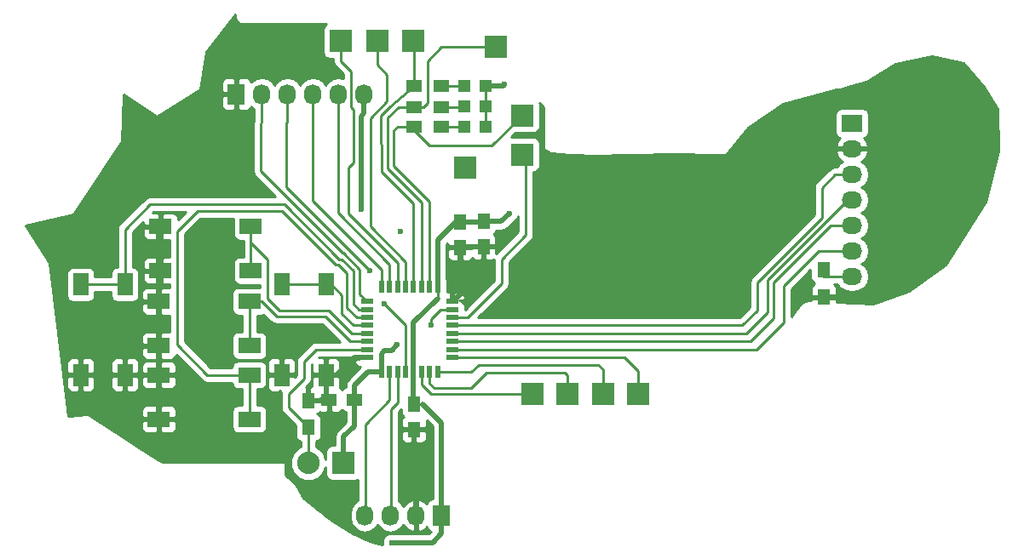
<source format=gbr>
G04 #@! TF.FileFunction,Copper,L1,Top,Signal*
%FSLAX46Y46*%
G04 Gerber Fmt 4.6, Leading zero omitted, Abs format (unit mm)*
G04 Created by KiCad (PCBNEW (2015-04-17 BZR 5609)-product) date Friday, 04 September 2015 01:48:52 pm*
%MOMM*%
G01*
G04 APERTURE LIST*
%ADD10C,0.100000*%
%ADD11C,2.235200*%
%ADD12R,1.250000X1.500000*%
%ADD13R,1.500000X1.250000*%
%ADD14R,1.198880X1.198880*%
%ADD15R,1.727200X2.032000*%
%ADD16O,1.727200X2.032000*%
%ADD17R,2.235200X2.235200*%
%ADD18R,1.300000X1.500000*%
%ADD19R,1.500000X1.300000*%
%ADD20R,0.600000X1.200000*%
%ADD21R,1.200000X0.600000*%
%ADD22R,2.032000X1.727200*%
%ADD23O,2.032000X1.727200*%
%ADD24R,1.500000X2.200000*%
%ADD25R,2.200000X1.500000*%
%ADD26C,0.600000*%
%ADD27C,0.250000*%
%ADD28C,0.500000*%
%ADD29C,0.254000*%
G04 APERTURE END LIST*
D10*
D11*
X137769600Y-126187200D03*
D12*
X155181300Y-102166100D03*
X155181300Y-104666100D03*
X148259800Y-120339800D03*
X148259800Y-122839800D03*
X152857200Y-102229600D03*
X152857200Y-104729600D03*
D13*
X142347000Y-119888000D03*
X139847000Y-119888000D03*
D14*
X153255980Y-92710000D03*
X155354020Y-92710000D03*
X153255980Y-90678000D03*
X155354020Y-90678000D03*
X153255980Y-88646000D03*
X155354020Y-88646000D03*
D15*
X130606800Y-89509600D03*
D16*
X133146800Y-89509600D03*
X135686800Y-89509600D03*
X138226800Y-89509600D03*
X140766800Y-89509600D03*
X143306800Y-89509600D03*
D17*
X160020000Y-119329200D03*
X163525200Y-119329200D03*
X167030400Y-119329200D03*
X170535600Y-119329200D03*
X159000000Y-91600000D03*
X156400000Y-84800000D03*
X148200000Y-84200000D03*
X144600000Y-84200000D03*
X141000000Y-84200000D03*
X159004000Y-95504000D03*
D18*
X188976000Y-106981000D03*
X188976000Y-109681000D03*
D19*
X148256000Y-92710000D03*
X150956000Y-92710000D03*
X148294100Y-90754200D03*
X150994100Y-90754200D03*
X148256000Y-88646000D03*
X150956000Y-88646000D03*
D20*
X145028000Y-117153000D03*
X145828000Y-117153000D03*
X146628000Y-117153000D03*
X147428000Y-117153000D03*
X148228000Y-117153000D03*
X149028000Y-117153000D03*
X149828000Y-117153000D03*
X150628000Y-117153000D03*
D21*
X152078000Y-115703000D03*
X152078000Y-114903000D03*
X152078000Y-114103000D03*
X152078000Y-113303000D03*
X152078000Y-112503000D03*
X152078000Y-111703000D03*
X152078000Y-110903000D03*
X152078000Y-110103000D03*
D20*
X150628000Y-108653000D03*
X149828000Y-108653000D03*
X149028000Y-108653000D03*
X148228000Y-108653000D03*
X147428000Y-108653000D03*
X146628000Y-108653000D03*
X145828000Y-108653000D03*
X145028000Y-108653000D03*
D21*
X143578000Y-110103000D03*
X143578000Y-110903000D03*
X143578000Y-111703000D03*
X143578000Y-112503000D03*
X143578000Y-113303000D03*
X143578000Y-114103000D03*
X143578000Y-114903000D03*
X143578000Y-115703000D03*
D15*
X151000000Y-131400000D03*
D16*
X148460000Y-131400000D03*
X145920000Y-131400000D03*
X143380000Y-131400000D03*
D18*
X137769600Y-119960400D03*
X137769600Y-122660400D03*
D17*
X141274800Y-126187200D03*
D22*
X191800000Y-92400000D03*
D23*
X191800000Y-94940000D03*
X191800000Y-97480000D03*
X191800000Y-100020000D03*
X191800000Y-102560000D03*
X191800000Y-105100000D03*
X191800000Y-107640000D03*
D17*
X153314400Y-96774000D03*
D24*
X119548000Y-117428400D03*
X115148000Y-117428400D03*
X115148000Y-108428400D03*
X119548000Y-108428400D03*
D25*
X122906400Y-114518800D03*
X122906400Y-110118800D03*
X131906400Y-110118800D03*
X131906400Y-114518800D03*
X122906400Y-121834000D03*
X122906400Y-117434000D03*
X131906400Y-117434000D03*
X131906400Y-121834000D03*
X123058800Y-107051200D03*
X123058800Y-102651200D03*
X132058800Y-102651200D03*
X132058800Y-107051200D03*
D24*
X139512400Y-117428400D03*
X135112400Y-117428400D03*
X135112400Y-108428400D03*
X139512400Y-108428400D03*
D26*
X157734000Y-101346000D03*
X157276800Y-88544400D03*
X146939000Y-103124000D03*
X146050000Y-134112000D03*
X146621500Y-114427000D03*
X143002000Y-100965000D03*
X119481600Y-120548400D03*
X137160000Y-113284000D03*
X152400000Y-106680000D03*
X149961600Y-112471200D03*
X143891000Y-107010200D03*
X145313400Y-110337600D03*
D27*
X137769600Y-126187200D02*
X137769600Y-122660400D01*
X138538200Y-114903000D02*
X137312400Y-116128800D01*
X137312400Y-116128800D02*
X137312400Y-117805200D01*
X137312400Y-117805200D02*
X135788400Y-119329200D01*
X135788400Y-119329200D02*
X135788400Y-120679200D01*
X135788400Y-120679200D02*
X137769600Y-122660400D01*
X143578000Y-114903000D02*
X138538200Y-114903000D01*
D28*
X155181300Y-102166100D02*
X156913900Y-102166100D01*
X156913900Y-102166100D02*
X157734000Y-101346000D01*
X157175200Y-88646000D02*
X155354020Y-88646000D01*
X157276800Y-88544400D02*
X157175200Y-88646000D01*
D27*
X150622000Y-108647000D02*
X150628000Y-108653000D01*
D28*
X148228000Y-117153000D02*
X148228000Y-120308000D01*
D27*
X148228000Y-120308000D02*
X148259800Y-120339800D01*
D28*
X142347000Y-119888000D02*
X142347000Y-118511000D01*
X143705000Y-117153000D02*
X145028000Y-117153000D01*
X142347000Y-118511000D02*
X143705000Y-117153000D01*
X150628000Y-104032400D02*
X150628000Y-108653000D01*
X152430800Y-102229600D02*
X150628000Y-104032400D01*
D27*
X152857200Y-102229600D02*
X152430800Y-102229600D01*
D28*
X148228000Y-112223600D02*
X150628000Y-109823600D01*
D27*
X150628000Y-109823600D02*
X150628000Y-108653000D01*
D28*
X148228000Y-117153000D02*
X148228000Y-112223600D01*
X141274800Y-123596400D02*
X142347000Y-122524200D01*
X142347000Y-122524200D02*
X142347000Y-119888000D01*
X141274800Y-126187200D02*
X141274800Y-123596400D01*
X151000000Y-122196400D02*
X149143400Y-120339800D01*
D27*
X149143400Y-120339800D02*
X148259800Y-120339800D01*
D28*
X151000000Y-131400000D02*
X151000000Y-122196400D01*
D27*
X155354020Y-88646000D02*
X155354020Y-92710000D01*
D28*
X151000000Y-133226000D02*
X150114000Y-134112000D01*
X150114000Y-134112000D02*
X146050000Y-134112000D01*
X151000000Y-131400000D02*
X151000000Y-133226000D01*
D27*
X155117800Y-102229600D02*
X155181300Y-102166100D01*
D28*
X152857200Y-102229600D02*
X155117800Y-102229600D01*
D27*
X155354020Y-88646000D02*
X155354020Y-90678000D01*
X155354020Y-92710000D02*
X155354020Y-90678000D01*
D28*
X146621500Y-114427000D02*
X146050000Y-114998500D01*
X146050000Y-114998500D02*
X145351500Y-114998500D01*
X145351500Y-114998500D02*
X145028000Y-115322000D01*
X145028000Y-115322000D02*
X145028000Y-117153000D01*
X143306800Y-91389200D02*
X143002000Y-91694000D01*
X143002000Y-91694000D02*
X143002000Y-100965000D01*
X143306800Y-89509600D02*
X143306800Y-91389200D01*
X155181300Y-107099100D02*
X155181300Y-104666100D01*
X152177400Y-110103000D02*
X155181300Y-107099100D01*
D27*
X152078000Y-110103000D02*
X152177400Y-110103000D01*
D28*
X140584800Y-117428400D02*
X142310200Y-115703000D01*
X142310200Y-115703000D02*
X143578000Y-115703000D01*
X139512400Y-117428400D02*
X140584800Y-117428400D01*
X139105400Y-119960400D02*
X137769600Y-119960400D01*
D27*
X139512400Y-119553400D02*
X139105400Y-119960400D01*
D28*
X139512400Y-117428400D02*
X139512400Y-119553400D01*
X148460000Y-127428800D02*
X148259800Y-127228600D01*
X148259800Y-127228600D02*
X148259800Y-122839800D01*
X148460000Y-131400000D02*
X148460000Y-127428800D01*
X115148000Y-117428400D02*
X119548000Y-117428400D01*
X122906400Y-117434000D02*
X122906400Y-121834000D01*
D27*
X122906400Y-102803600D02*
X123058800Y-102651200D01*
D28*
X122906400Y-117434000D02*
X122906400Y-102803600D01*
X120767200Y-121834000D02*
X119481600Y-120548400D01*
X122906400Y-121834000D02*
X120767200Y-121834000D01*
X135112400Y-115331600D02*
X137160000Y-113284000D01*
X135112400Y-117428400D02*
X135112400Y-115331600D01*
X152857200Y-106222800D02*
X152400000Y-106680000D01*
X152857200Y-104729600D02*
X152857200Y-106222800D01*
D27*
X152920700Y-104666100D02*
X152857200Y-104729600D01*
D28*
X155181300Y-104666100D02*
X152920700Y-104666100D01*
X196875400Y-107289600D02*
X194484000Y-109681000D01*
X194484000Y-109681000D02*
X188976000Y-109681000D01*
X191800000Y-94940000D02*
X194914400Y-94940000D01*
X197205600Y-97231200D02*
X197205600Y-107289600D01*
X194914400Y-94940000D02*
X197205600Y-97231200D01*
X197205600Y-107289600D02*
X196875400Y-107289600D01*
X122900800Y-117428400D02*
X122906400Y-117434000D01*
X119548000Y-117428400D02*
X122900800Y-117428400D01*
D27*
X150956000Y-92710000D02*
X153255980Y-92710000D01*
X150994100Y-90754200D02*
X153179780Y-90754200D01*
X153179780Y-90754200D02*
X153255980Y-90678000D01*
X150956000Y-88646000D02*
X153255980Y-88646000D01*
X145973800Y-130479800D02*
X145973800Y-120815100D01*
X146628000Y-120160900D02*
X146628000Y-117153000D01*
X145973800Y-120815100D02*
X146628000Y-120160900D01*
X146685000Y-117210000D02*
X146628000Y-117153000D01*
X143433800Y-130479800D02*
X143433800Y-122351800D01*
X143433800Y-122351800D02*
X145828000Y-119957600D01*
X145828000Y-119957600D02*
X145828000Y-117153000D01*
X145923000Y-117248000D02*
X145828000Y-117153000D01*
X191800000Y-102560000D02*
X189640000Y-102560000D01*
X181697000Y-114103000D02*
X152078000Y-114103000D01*
X184000000Y-111800000D02*
X181697000Y-114103000D01*
X184000000Y-108200000D02*
X184000000Y-111800000D01*
X189640000Y-102560000D02*
X184000000Y-108200000D01*
X191800000Y-97480000D02*
X190120000Y-97480000D01*
X180897000Y-112503000D02*
X152078000Y-112503000D01*
X182400000Y-111000000D02*
X180897000Y-112503000D01*
X182400000Y-108200000D02*
X182400000Y-111000000D01*
X188800000Y-101800000D02*
X182400000Y-108200000D01*
X188800000Y-98800000D02*
X188800000Y-101800000D01*
X190120000Y-97480000D02*
X188800000Y-98800000D01*
X191800000Y-105100000D02*
X188500000Y-105100000D01*
X182297000Y-114903000D02*
X152078000Y-114903000D01*
X185000000Y-112200000D02*
X182297000Y-114903000D01*
X185000000Y-108600000D02*
X185000000Y-112200000D01*
X188500000Y-105100000D02*
X185000000Y-108600000D01*
X149028000Y-118395600D02*
X149961600Y-119329200D01*
X149961600Y-119329200D02*
X160020000Y-119329200D01*
X149028000Y-117153000D02*
X149028000Y-118395600D01*
X149828000Y-118281200D02*
X150266400Y-118719600D01*
X150266400Y-118719600D02*
X153924000Y-118719600D01*
X153924000Y-118719600D02*
X155448000Y-117195600D01*
X155448000Y-117195600D02*
X163220400Y-117195600D01*
X163220400Y-117195600D02*
X163525200Y-117500400D01*
X163525200Y-117500400D02*
X163525200Y-119329200D01*
X149828000Y-117153000D02*
X149828000Y-118281200D01*
X153966600Y-117153000D02*
X154686000Y-116433600D01*
X154686000Y-116433600D02*
X166573200Y-116433600D01*
X166573200Y-116433600D02*
X167030400Y-116890800D01*
X167030400Y-116890800D02*
X167030400Y-119329200D01*
X150628000Y-117153000D02*
X153966600Y-117153000D01*
X169195400Y-115703000D02*
X170535600Y-117043200D01*
X170535600Y-117043200D02*
X170535600Y-119329200D01*
X152078000Y-115703000D02*
X169195400Y-115703000D01*
X148256000Y-92710000D02*
X148256000Y-93056000D01*
X148256000Y-93056000D02*
X149800000Y-94600000D01*
X156000000Y-94600000D02*
X159000000Y-91600000D01*
X149800000Y-94600000D02*
X156000000Y-94600000D01*
X149828000Y-108653000D02*
X149828000Y-100171000D01*
X146265900Y-93103700D02*
X146659600Y-92710000D01*
X146265900Y-96608900D02*
X146265900Y-93103700D01*
X149828000Y-100171000D02*
X146265900Y-96608900D01*
X148256000Y-92710000D02*
X146659600Y-92710000D01*
X146659600Y-92710000D02*
X146634200Y-92710000D01*
X149600000Y-86800000D02*
X149600000Y-86200000D01*
X149245800Y-90754200D02*
X149600000Y-90400000D01*
X149600000Y-90400000D02*
X149600000Y-86800000D01*
X149600000Y-86200000D02*
X151000000Y-84800000D01*
X148294100Y-90754200D02*
X149245800Y-90754200D01*
X151000000Y-84800000D02*
X156400000Y-84800000D01*
X149028000Y-108653000D02*
X149028000Y-100260000D01*
X145669000Y-91795600D02*
X146710400Y-90754200D01*
X145669000Y-96901000D02*
X145669000Y-91795600D01*
X149028000Y-100260000D02*
X145669000Y-96901000D01*
X148294100Y-90754200D02*
X146710400Y-90754200D01*
X146710400Y-90754200D02*
X146659600Y-90805000D01*
X148256000Y-88646000D02*
X148256000Y-84256000D01*
X148256000Y-84256000D02*
X148200000Y-84200000D01*
X148228000Y-108653000D02*
X148228000Y-100374400D01*
X145000000Y-91600000D02*
X145920213Y-90716863D01*
X145046700Y-97193100D02*
X145000000Y-91600000D01*
X148228000Y-100374400D02*
X145046700Y-97193100D01*
X148256000Y-88646000D02*
X145920213Y-90716863D01*
X143941800Y-102679500D02*
X143941800Y-91858200D01*
X147428000Y-106165700D02*
X143941800Y-102679500D01*
X147428000Y-108653000D02*
X147428000Y-106165700D01*
X144600000Y-86600000D02*
X144600000Y-84200000D01*
X145600000Y-87600000D02*
X144600000Y-86600000D01*
X145600000Y-90200000D02*
X145600000Y-87600000D01*
X143941800Y-91858200D02*
X145600000Y-90200000D01*
X141732000Y-101346000D02*
X141732000Y-99314000D01*
X141732000Y-99314000D02*
X141732000Y-99314000D01*
X146628000Y-108653000D02*
X146628000Y-106305500D01*
X146628000Y-106305500D02*
X141732000Y-101346000D01*
X141732000Y-101346000D02*
X141726750Y-101340750D01*
X142240000Y-91040000D02*
X142000000Y-90800000D01*
X141732000Y-96774000D02*
X141732000Y-99314000D01*
X142240000Y-96266000D02*
X142240000Y-94996000D01*
X141732000Y-96774000D02*
X142240000Y-96266000D01*
X142000000Y-90800000D02*
X142000000Y-87200000D01*
X142000000Y-87200000D02*
X141000000Y-86200000D01*
X141000000Y-84200000D02*
X141000000Y-86200000D01*
X142240000Y-94996000D02*
X142240000Y-91040000D01*
X153625400Y-111703000D02*
X156972000Y-108356400D01*
X156972000Y-108356400D02*
X156972000Y-105918000D01*
X156972000Y-105918000D02*
X159400000Y-103490000D01*
X159400000Y-103490000D02*
X159400000Y-95600000D01*
X152078000Y-111703000D02*
X153625400Y-111703000D01*
X152078000Y-110903000D02*
X150920200Y-110903000D01*
X149961600Y-111861600D02*
X149961600Y-112471200D01*
X150920200Y-110903000D02*
X149961600Y-111861600D01*
X135382000Y-100457000D02*
X140843000Y-105918000D01*
X142780000Y-110903000D02*
X143578000Y-110903000D01*
X142240000Y-110363000D02*
X142780000Y-110903000D01*
X142240000Y-107061000D02*
X142240000Y-110363000D01*
X141097000Y-105918000D02*
X142240000Y-107061000D01*
X140843000Y-105918000D02*
X141097000Y-105918000D01*
X119548000Y-108428400D02*
X119548000Y-102956000D01*
X122047000Y-100457000D02*
X135382000Y-100457000D01*
X135382000Y-100457000D02*
X135382000Y-100457000D01*
X119548000Y-102956000D02*
X122047000Y-100457000D01*
X115148000Y-108428400D02*
X119548000Y-108428400D01*
X137541000Y-103505000D02*
X140462000Y-106426000D01*
X135128000Y-101092000D02*
X137541000Y-103505000D01*
X131906400Y-117434000D02*
X127721000Y-117434000D01*
X124714000Y-103124000D02*
X126746000Y-101092000D01*
X124714000Y-114427000D02*
X124714000Y-103124000D01*
X127721000Y-117434000D02*
X124714000Y-114427000D01*
X126746000Y-101092000D02*
X135128000Y-101092000D01*
X142564000Y-111703000D02*
X143578000Y-111703000D01*
X141605000Y-110744000D02*
X142564000Y-111703000D01*
X141605000Y-107315000D02*
X141605000Y-110744000D01*
X140716000Y-106426000D02*
X141605000Y-107315000D01*
X140462000Y-106426000D02*
X140716000Y-106426000D01*
X131906400Y-121834000D02*
X131906400Y-117434000D01*
X132058800Y-102651200D02*
X132058800Y-107051200D01*
X132058800Y-102651200D02*
X132058800Y-104245800D01*
X142132000Y-113303000D02*
X143578000Y-113303000D01*
X139827000Y-110998000D02*
X142132000Y-113303000D01*
X134874000Y-110998000D02*
X139827000Y-110998000D01*
X133731000Y-109855000D02*
X134874000Y-110998000D01*
X133731000Y-105918000D02*
X133731000Y-109855000D01*
X132058800Y-104245800D02*
X133731000Y-105918000D01*
X131906400Y-110118800D02*
X133105800Y-110118800D01*
X141916000Y-114103000D02*
X143578000Y-114103000D01*
X139446000Y-111633000D02*
X141916000Y-114103000D01*
X134620000Y-111633000D02*
X139446000Y-111633000D01*
X133105800Y-110118800D02*
X134620000Y-111633000D01*
X131906400Y-110118800D02*
X131906400Y-114518800D01*
X139512400Y-108428400D02*
X140051400Y-108428400D01*
X140051400Y-108428400D02*
X141097000Y-109474000D01*
X141097000Y-109474000D02*
X141097000Y-111379000D01*
X141097000Y-111379000D02*
X142221000Y-112503000D01*
X142221000Y-112503000D02*
X143578000Y-112503000D01*
X135112400Y-108428400D02*
X139512400Y-108428400D01*
X138201400Y-95097600D02*
X138201400Y-92350600D01*
X138201400Y-92350600D02*
X138226800Y-92325200D01*
X138226800Y-89509600D02*
X138226800Y-92325200D01*
X138226800Y-92325200D02*
X138201400Y-92350600D01*
X138201400Y-95050600D02*
X138201400Y-95097600D01*
X138201400Y-95097600D02*
X138201400Y-100139500D01*
X145028000Y-106966100D02*
X145028000Y-108653000D01*
X138201400Y-100139500D02*
X145028000Y-106966100D01*
X135610600Y-92350600D02*
X135610600Y-95050600D01*
X135610600Y-98729800D02*
X143891000Y-107010200D01*
X145313400Y-110337600D02*
X147428000Y-112452200D01*
X147428000Y-112452200D02*
X147428000Y-117153000D01*
X135610600Y-95050600D02*
X135610600Y-98729800D01*
X135610600Y-92350600D02*
X135686800Y-92274400D01*
X135686800Y-89509600D02*
X135686800Y-92274400D01*
X135686800Y-92274400D02*
X135610600Y-92350600D01*
X192000000Y-107640000D02*
X188990000Y-107640000D01*
X188990000Y-107640000D02*
X188950000Y-107600000D01*
X191800000Y-100020000D02*
X191380000Y-100020000D01*
X191380000Y-100020000D02*
X183400000Y-108000000D01*
X183400000Y-108000000D02*
X183400000Y-111200000D01*
X183400000Y-111200000D02*
X181297000Y-113303000D01*
X181297000Y-113303000D02*
X152078000Y-113303000D01*
X133045200Y-95097600D02*
X133045200Y-92376000D01*
X133045200Y-92376000D02*
X133146800Y-92274400D01*
X133146800Y-89509600D02*
X133146800Y-92274400D01*
X133146800Y-92274400D02*
X133045200Y-92376000D01*
X133045200Y-97167700D02*
X141185900Y-105308400D01*
X141185900Y-105308400D02*
X141211300Y-105308400D01*
X133045200Y-95076000D02*
X133045200Y-95097600D01*
X133045200Y-95097600D02*
X133045200Y-97167700D01*
X142887700Y-106984800D02*
X142887700Y-109412700D01*
X141211300Y-105308400D02*
X142887700Y-106984800D01*
X142887700Y-109412700D02*
X143578000Y-110103000D01*
X140716000Y-95097600D02*
X140716000Y-92376000D01*
X140716000Y-92376000D02*
X140766800Y-92325200D01*
X140766800Y-89509600D02*
X140766800Y-92325200D01*
X140766800Y-92325200D02*
X140716000Y-92376000D01*
X140716000Y-95076000D02*
X140716000Y-95097600D01*
X140716000Y-95097600D02*
X140716000Y-101320600D01*
X140716000Y-101320600D02*
X145828000Y-106432600D01*
X145828000Y-106432600D02*
X145828000Y-108653000D01*
D29*
G36*
X142968420Y-116638000D02*
X141721210Y-117885210D01*
X141529367Y-118172325D01*
X141518189Y-118228515D01*
X141461999Y-118511000D01*
X141462000Y-118511005D01*
X141462000Y-118641752D01*
X141354877Y-118662537D01*
X141142073Y-118802327D01*
X141098662Y-118866637D01*
X140956698Y-118724673D01*
X140881347Y-118693461D01*
X140897400Y-118654709D01*
X140897400Y-117714150D01*
X140897400Y-117142650D01*
X140897400Y-116202091D01*
X140800727Y-115968702D01*
X140622099Y-115790073D01*
X140388710Y-115693400D01*
X140136091Y-115693400D01*
X139798150Y-115693400D01*
X139639400Y-115852150D01*
X139639400Y-117301400D01*
X140738650Y-117301400D01*
X140897400Y-117142650D01*
X140897400Y-117714150D01*
X140738650Y-117555400D01*
X139639400Y-117555400D01*
X139639400Y-117575400D01*
X139385400Y-117575400D01*
X139385400Y-117555400D01*
X138286150Y-117555400D01*
X138127400Y-117714150D01*
X138127400Y-118575400D01*
X138055350Y-118575400D01*
X137896600Y-118734150D01*
X137896600Y-119833400D01*
X138895850Y-119833400D01*
X138968250Y-119761000D01*
X139720000Y-119761000D01*
X139720000Y-119741000D01*
X139974000Y-119741000D01*
X139974000Y-119761000D01*
X139994000Y-119761000D01*
X139994000Y-120015000D01*
X139974000Y-120015000D01*
X139974000Y-120989250D01*
X140132750Y-121148000D01*
X140723309Y-121148000D01*
X140956698Y-121051327D01*
X141098176Y-120909849D01*
X141136327Y-120967927D01*
X141347360Y-121110377D01*
X141462000Y-121133366D01*
X141462000Y-122157620D01*
X140649010Y-122970610D01*
X140457167Y-123257725D01*
X140445989Y-123313915D01*
X140389799Y-123596400D01*
X140389800Y-123596405D01*
X140389800Y-124422160D01*
X140157200Y-124422160D01*
X139915077Y-124469137D01*
X139702273Y-124608927D01*
X139559823Y-124819960D01*
X139509760Y-125069600D01*
X139509760Y-125809275D01*
X139256248Y-125195729D01*
X138763664Y-124702285D01*
X138529600Y-124605092D01*
X138529600Y-124036497D01*
X138661723Y-124010863D01*
X138874527Y-123871073D01*
X139016977Y-123660040D01*
X139067040Y-123410400D01*
X139067040Y-121910400D01*
X139020063Y-121668277D01*
X138880273Y-121455473D01*
X138669240Y-121313023D01*
X138638808Y-121306920D01*
X138779299Y-121248727D01*
X138906580Y-121121444D01*
X138970691Y-121148000D01*
X139561250Y-121148000D01*
X139720000Y-120989250D01*
X139720000Y-120015000D01*
X138620750Y-120015000D01*
X138548350Y-120087400D01*
X137896600Y-120087400D01*
X137896600Y-120107400D01*
X137642600Y-120107400D01*
X137642600Y-120087400D01*
X137622600Y-120087400D01*
X137622600Y-119833400D01*
X137642600Y-119833400D01*
X137642600Y-118734150D01*
X137550426Y-118641976D01*
X137849801Y-118342601D01*
X138014548Y-118096040D01*
X138014548Y-118096039D01*
X138024146Y-118047786D01*
X138072399Y-117805200D01*
X138072400Y-117805200D01*
X138072400Y-116443602D01*
X138127400Y-116388602D01*
X138127400Y-117142650D01*
X138286150Y-117301400D01*
X139385400Y-117301400D01*
X139385400Y-115852150D01*
X139226650Y-115693400D01*
X138888709Y-115693400D01*
X138822602Y-115693400D01*
X138853002Y-115663000D01*
X142524842Y-115663000D01*
X142728360Y-115800377D01*
X142876075Y-115830000D01*
X142501750Y-115830000D01*
X142343000Y-115988750D01*
X142343000Y-116129310D01*
X142439673Y-116362699D01*
X142618302Y-116541327D01*
X142851691Y-116638000D01*
X142968420Y-116638000D01*
X142968420Y-116638000D01*
G37*
X142968420Y-116638000D02*
X141721210Y-117885210D01*
X141529367Y-118172325D01*
X141518189Y-118228515D01*
X141461999Y-118511000D01*
X141462000Y-118511005D01*
X141462000Y-118641752D01*
X141354877Y-118662537D01*
X141142073Y-118802327D01*
X141098662Y-118866637D01*
X140956698Y-118724673D01*
X140881347Y-118693461D01*
X140897400Y-118654709D01*
X140897400Y-117714150D01*
X140897400Y-117142650D01*
X140897400Y-116202091D01*
X140800727Y-115968702D01*
X140622099Y-115790073D01*
X140388710Y-115693400D01*
X140136091Y-115693400D01*
X139798150Y-115693400D01*
X139639400Y-115852150D01*
X139639400Y-117301400D01*
X140738650Y-117301400D01*
X140897400Y-117142650D01*
X140897400Y-117714150D01*
X140738650Y-117555400D01*
X139639400Y-117555400D01*
X139639400Y-117575400D01*
X139385400Y-117575400D01*
X139385400Y-117555400D01*
X138286150Y-117555400D01*
X138127400Y-117714150D01*
X138127400Y-118575400D01*
X138055350Y-118575400D01*
X137896600Y-118734150D01*
X137896600Y-119833400D01*
X138895850Y-119833400D01*
X138968250Y-119761000D01*
X139720000Y-119761000D01*
X139720000Y-119741000D01*
X139974000Y-119741000D01*
X139974000Y-119761000D01*
X139994000Y-119761000D01*
X139994000Y-120015000D01*
X139974000Y-120015000D01*
X139974000Y-120989250D01*
X140132750Y-121148000D01*
X140723309Y-121148000D01*
X140956698Y-121051327D01*
X141098176Y-120909849D01*
X141136327Y-120967927D01*
X141347360Y-121110377D01*
X141462000Y-121133366D01*
X141462000Y-122157620D01*
X140649010Y-122970610D01*
X140457167Y-123257725D01*
X140445989Y-123313915D01*
X140389799Y-123596400D01*
X140389800Y-123596405D01*
X140389800Y-124422160D01*
X140157200Y-124422160D01*
X139915077Y-124469137D01*
X139702273Y-124608927D01*
X139559823Y-124819960D01*
X139509760Y-125069600D01*
X139509760Y-125809275D01*
X139256248Y-125195729D01*
X138763664Y-124702285D01*
X138529600Y-124605092D01*
X138529600Y-124036497D01*
X138661723Y-124010863D01*
X138874527Y-123871073D01*
X139016977Y-123660040D01*
X139067040Y-123410400D01*
X139067040Y-121910400D01*
X139020063Y-121668277D01*
X138880273Y-121455473D01*
X138669240Y-121313023D01*
X138638808Y-121306920D01*
X138779299Y-121248727D01*
X138906580Y-121121444D01*
X138970691Y-121148000D01*
X139561250Y-121148000D01*
X139720000Y-120989250D01*
X139720000Y-120015000D01*
X138620750Y-120015000D01*
X138548350Y-120087400D01*
X137896600Y-120087400D01*
X137896600Y-120107400D01*
X137642600Y-120107400D01*
X137642600Y-120087400D01*
X137622600Y-120087400D01*
X137622600Y-119833400D01*
X137642600Y-119833400D01*
X137642600Y-118734150D01*
X137550426Y-118641976D01*
X137849801Y-118342601D01*
X138014548Y-118096040D01*
X138014548Y-118096039D01*
X138024146Y-118047786D01*
X138072399Y-117805200D01*
X138072400Y-117805200D01*
X138072400Y-116443602D01*
X138127400Y-116388602D01*
X138127400Y-117142650D01*
X138286150Y-117301400D01*
X139385400Y-117301400D01*
X139385400Y-115852150D01*
X139226650Y-115693400D01*
X138888709Y-115693400D01*
X138822602Y-115693400D01*
X138853002Y-115663000D01*
X142524842Y-115663000D01*
X142728360Y-115800377D01*
X142876075Y-115830000D01*
X142501750Y-115830000D01*
X142343000Y-115988750D01*
X142343000Y-116129310D01*
X142439673Y-116362699D01*
X142618302Y-116541327D01*
X142851691Y-116638000D01*
X142968420Y-116638000D01*
G36*
X150115000Y-129740712D02*
X149894277Y-129783537D01*
X149681473Y-129923327D01*
X149539023Y-130134360D01*
X149520516Y-130226645D01*
X149519800Y-130225843D01*
X149519800Y-123716109D01*
X149519800Y-123125550D01*
X149361050Y-122966800D01*
X148386800Y-122966800D01*
X148386800Y-124066050D01*
X148545550Y-124224800D01*
X148758491Y-124224800D01*
X149011110Y-124224800D01*
X149244499Y-124128127D01*
X149423127Y-123949498D01*
X149519800Y-123716109D01*
X149519800Y-130225843D01*
X149362036Y-130049268D01*
X148834791Y-129795291D01*
X148819026Y-129792642D01*
X148587000Y-129913783D01*
X148587000Y-131273000D01*
X148607000Y-131273000D01*
X148607000Y-131527000D01*
X148587000Y-131527000D01*
X148587000Y-132886217D01*
X148819026Y-133007358D01*
X148834791Y-133004709D01*
X149362036Y-132750732D01*
X149519673Y-132574298D01*
X149535937Y-132658123D01*
X149675727Y-132870927D01*
X149886760Y-133013377D01*
X149948635Y-133025785D01*
X149747420Y-133227000D01*
X146356821Y-133227000D01*
X146236799Y-133177162D01*
X145864833Y-133176838D01*
X145521057Y-133318883D01*
X145257808Y-133581673D01*
X145115162Y-133925201D01*
X145114838Y-134296890D01*
X144721910Y-134206808D01*
X144084650Y-134017416D01*
X143443541Y-133783268D01*
X142796868Y-133503300D01*
X142143064Y-133176440D01*
X141480711Y-132801648D01*
X140808565Y-132377987D01*
X140121058Y-131901544D01*
X139953509Y-131779260D01*
X139772847Y-131644745D01*
X139591331Y-131506521D01*
X139402024Y-131359147D01*
X139198272Y-131197363D01*
X138973797Y-131016190D01*
X138722543Y-130810835D01*
X138437727Y-130575915D01*
X138437472Y-130575704D01*
X138437165Y-130575451D01*
X138225131Y-130400183D01*
X138224542Y-130399865D01*
X138224119Y-130399348D01*
X137996260Y-130211732D01*
X137995298Y-130211215D01*
X137994601Y-130210369D01*
X137799709Y-130050921D01*
X137798262Y-130050150D01*
X137797214Y-130048889D01*
X137632051Y-129915053D01*
X137629904Y-129913922D01*
X137628340Y-129912067D01*
X137489667Y-129801286D01*
X137486497Y-129799645D01*
X137484167Y-129796937D01*
X137368746Y-129706651D01*
X137364070Y-129704291D01*
X137360595Y-129700373D01*
X137265189Y-129628026D01*
X137258343Y-129624698D01*
X137253172Y-129619119D01*
X137174543Y-129562154D01*
X137164712Y-129557638D01*
X137157117Y-129549938D01*
X137155504Y-129548844D01*
X137099401Y-129389824D01*
X137081767Y-129360107D01*
X137073464Y-129326563D01*
X136955180Y-129074678D01*
X136938171Y-129051612D01*
X136929012Y-129024461D01*
X136779532Y-128764426D01*
X136762710Y-128745172D01*
X136752776Y-128721614D01*
X136578013Y-128463646D01*
X136559924Y-128445787D01*
X136548359Y-128423152D01*
X136354222Y-128177466D01*
X136335876Y-128161833D01*
X136323446Y-128141183D01*
X136175810Y-127978907D01*
X136152558Y-127961730D01*
X136135638Y-127938291D01*
X135825388Y-127649737D01*
X135796352Y-127631822D01*
X135773758Y-127606259D01*
X135509000Y-127404736D01*
X135509000Y-126111000D01*
X134985400Y-126111000D01*
X127056036Y-126111000D01*
X126885326Y-126109020D01*
X126885324Y-126109020D01*
X126480705Y-126104243D01*
X126480703Y-126104243D01*
X126090441Y-126099550D01*
X126090437Y-126099550D01*
X125718123Y-126094987D01*
X125718118Y-126094987D01*
X125368516Y-126090615D01*
X125368514Y-126090615D01*
X125045182Y-126086477D01*
X124752403Y-126082628D01*
X124641400Y-126081118D01*
X124641400Y-122710310D01*
X124641400Y-122457691D01*
X124641400Y-122119750D01*
X124641400Y-121548250D01*
X124641400Y-121210309D01*
X124641400Y-120957690D01*
X124641400Y-118310310D01*
X124641400Y-118057691D01*
X124641400Y-117719750D01*
X124641400Y-117148250D01*
X124641400Y-116810309D01*
X124641400Y-116557690D01*
X124544727Y-116324301D01*
X124366098Y-116145673D01*
X124132709Y-116049000D01*
X123192150Y-116049000D01*
X123033400Y-116207750D01*
X123033400Y-117307000D01*
X124482650Y-117307000D01*
X124641400Y-117148250D01*
X124641400Y-117719750D01*
X124482650Y-117561000D01*
X123033400Y-117561000D01*
X123033400Y-118660250D01*
X123192150Y-118819000D01*
X124132709Y-118819000D01*
X124366098Y-118722327D01*
X124544727Y-118543699D01*
X124641400Y-118310310D01*
X124641400Y-120957690D01*
X124544727Y-120724301D01*
X124366098Y-120545673D01*
X124132709Y-120449000D01*
X123192150Y-120449000D01*
X123033400Y-120607750D01*
X123033400Y-121707000D01*
X124482650Y-121707000D01*
X124641400Y-121548250D01*
X124641400Y-122119750D01*
X124482650Y-121961000D01*
X123033400Y-121961000D01*
X123033400Y-123060250D01*
X123192150Y-123219000D01*
X124132709Y-123219000D01*
X124366098Y-123122327D01*
X124544727Y-122943699D01*
X124641400Y-122710310D01*
X124641400Y-126081118D01*
X124493867Y-126079112D01*
X124493866Y-126079112D01*
X124274381Y-126075992D01*
X124274379Y-126075992D01*
X124098570Y-126073327D01*
X123969340Y-126071152D01*
X123267105Y-126058315D01*
X122971178Y-125944547D01*
X122931800Y-125918985D01*
X122931800Y-108277450D01*
X122931800Y-107178200D01*
X122931800Y-106924200D01*
X122931800Y-105824950D01*
X122931800Y-103877450D01*
X122931800Y-102778200D01*
X121482550Y-102778200D01*
X121323800Y-102936950D01*
X121323800Y-103274891D01*
X121323800Y-103527510D01*
X121420473Y-103760899D01*
X121599102Y-103939527D01*
X121832491Y-104036200D01*
X122773050Y-104036200D01*
X122931800Y-103877450D01*
X122931800Y-105824950D01*
X122773050Y-105666200D01*
X121832491Y-105666200D01*
X121599102Y-105762873D01*
X121420473Y-105941501D01*
X121323800Y-106174890D01*
X121323800Y-106427509D01*
X121323800Y-106765450D01*
X121482550Y-106924200D01*
X122931800Y-106924200D01*
X122931800Y-107178200D01*
X121482550Y-107178200D01*
X121323800Y-107336950D01*
X121323800Y-107674891D01*
X121323800Y-107927510D01*
X121420473Y-108160899D01*
X121599102Y-108339527D01*
X121832491Y-108436200D01*
X122773050Y-108436200D01*
X122931800Y-108277450D01*
X122931800Y-125918985D01*
X122779400Y-125820059D01*
X122779400Y-123060250D01*
X122779400Y-121961000D01*
X122779400Y-121707000D01*
X122779400Y-120607750D01*
X122779400Y-118660250D01*
X122779400Y-117561000D01*
X122779400Y-117307000D01*
X122779400Y-116207750D01*
X122779400Y-115745050D01*
X122779400Y-114645800D01*
X122779400Y-114391800D01*
X122779400Y-113292550D01*
X122779400Y-111345050D01*
X122779400Y-110245800D01*
X122779400Y-109991800D01*
X122779400Y-108892550D01*
X122620650Y-108733800D01*
X121680091Y-108733800D01*
X121446702Y-108830473D01*
X121268073Y-109009101D01*
X121171400Y-109242490D01*
X121171400Y-109495109D01*
X121171400Y-109833050D01*
X121330150Y-109991800D01*
X122779400Y-109991800D01*
X122779400Y-110245800D01*
X121330150Y-110245800D01*
X121171400Y-110404550D01*
X121171400Y-110742491D01*
X121171400Y-110995110D01*
X121268073Y-111228499D01*
X121446702Y-111407127D01*
X121680091Y-111503800D01*
X122620650Y-111503800D01*
X122779400Y-111345050D01*
X122779400Y-113292550D01*
X122620650Y-113133800D01*
X121680091Y-113133800D01*
X121446702Y-113230473D01*
X121268073Y-113409101D01*
X121171400Y-113642490D01*
X121171400Y-113895109D01*
X121171400Y-114233050D01*
X121330150Y-114391800D01*
X122779400Y-114391800D01*
X122779400Y-114645800D01*
X121330150Y-114645800D01*
X121171400Y-114804550D01*
X121171400Y-115142491D01*
X121171400Y-115395110D01*
X121268073Y-115628499D01*
X121446702Y-115807127D01*
X121680091Y-115903800D01*
X122620650Y-115903800D01*
X122779400Y-115745050D01*
X122779400Y-116207750D01*
X122620650Y-116049000D01*
X121680091Y-116049000D01*
X121446702Y-116145673D01*
X121268073Y-116324301D01*
X121171400Y-116557690D01*
X121171400Y-116810309D01*
X121171400Y-117148250D01*
X121330150Y-117307000D01*
X122779400Y-117307000D01*
X122779400Y-117561000D01*
X121330150Y-117561000D01*
X121171400Y-117719750D01*
X121171400Y-118057691D01*
X121171400Y-118310310D01*
X121268073Y-118543699D01*
X121446702Y-118722327D01*
X121680091Y-118819000D01*
X122620650Y-118819000D01*
X122779400Y-118660250D01*
X122779400Y-120607750D01*
X122620650Y-120449000D01*
X121680091Y-120449000D01*
X121446702Y-120545673D01*
X121268073Y-120724301D01*
X121171400Y-120957690D01*
X121171400Y-121210309D01*
X121171400Y-121548250D01*
X121330150Y-121707000D01*
X122779400Y-121707000D01*
X122779400Y-121961000D01*
X121330150Y-121961000D01*
X121171400Y-122119750D01*
X121171400Y-122457691D01*
X121171400Y-122710310D01*
X121268073Y-122943699D01*
X121446702Y-123122327D01*
X121680091Y-123219000D01*
X122620650Y-123219000D01*
X122779400Y-123060250D01*
X122779400Y-125820059D01*
X120933000Y-124621519D01*
X120933000Y-118654709D01*
X120933000Y-117714150D01*
X120933000Y-117142650D01*
X120933000Y-116202091D01*
X120836327Y-115968702D01*
X120657699Y-115790073D01*
X120424310Y-115693400D01*
X120171691Y-115693400D01*
X119833750Y-115693400D01*
X119675000Y-115852150D01*
X119675000Y-117301400D01*
X120774250Y-117301400D01*
X120933000Y-117142650D01*
X120933000Y-117714150D01*
X120774250Y-117555400D01*
X119675000Y-117555400D01*
X119675000Y-119004650D01*
X119833750Y-119163400D01*
X120171691Y-119163400D01*
X120424310Y-119163400D01*
X120657699Y-119066727D01*
X120836327Y-118888098D01*
X120933000Y-118654709D01*
X120933000Y-124621519D01*
X119421000Y-123640045D01*
X119421000Y-119004650D01*
X119421000Y-117555400D01*
X119421000Y-117301400D01*
X119421000Y-115852150D01*
X119262250Y-115693400D01*
X118924309Y-115693400D01*
X118671690Y-115693400D01*
X118438301Y-115790073D01*
X118259673Y-115968702D01*
X118163000Y-116202091D01*
X118163000Y-117142650D01*
X118321750Y-117301400D01*
X119421000Y-117301400D01*
X119421000Y-117555400D01*
X118321750Y-117555400D01*
X118163000Y-117714150D01*
X118163000Y-118654709D01*
X118259673Y-118888098D01*
X118438301Y-119066727D01*
X118671690Y-119163400D01*
X118924309Y-119163400D01*
X119262250Y-119163400D01*
X119421000Y-119004650D01*
X119421000Y-123640045D01*
X116533000Y-121765378D01*
X116533000Y-118654709D01*
X116533000Y-117714150D01*
X116533000Y-117142650D01*
X116533000Y-116202091D01*
X116436327Y-115968702D01*
X116257699Y-115790073D01*
X116024310Y-115693400D01*
X115771691Y-115693400D01*
X115433750Y-115693400D01*
X115275000Y-115852150D01*
X115275000Y-117301400D01*
X116374250Y-117301400D01*
X116533000Y-117142650D01*
X116533000Y-117714150D01*
X116374250Y-117555400D01*
X115275000Y-117555400D01*
X115275000Y-119004650D01*
X115433750Y-119163400D01*
X115771691Y-119163400D01*
X116024310Y-119163400D01*
X116257699Y-119066727D01*
X116436327Y-118888098D01*
X116533000Y-118654709D01*
X116533000Y-121765378D01*
X115985171Y-121409770D01*
X115955134Y-121411536D01*
X115920617Y-121390413D01*
X115904163Y-121384354D01*
X115888488Y-121381881D01*
X115877597Y-121376169D01*
X115870887Y-121375561D01*
X115859515Y-121369633D01*
X115749374Y-121359933D01*
X115640155Y-121342702D01*
X115617000Y-121348275D01*
X115593272Y-121346186D01*
X115530587Y-121353015D01*
X115494406Y-121364400D01*
X115456485Y-121365229D01*
X115348713Y-121389126D01*
X115334604Y-121395334D01*
X115319225Y-121396354D01*
X115167879Y-121437026D01*
X115164718Y-121438587D01*
X115161205Y-121438856D01*
X115073410Y-121463403D01*
X115021000Y-121466485D01*
X115021000Y-119004650D01*
X115021000Y-117555400D01*
X115021000Y-117301400D01*
X115021000Y-115852150D01*
X114862250Y-115693400D01*
X114524309Y-115693400D01*
X114271690Y-115693400D01*
X114038301Y-115790073D01*
X113859673Y-115968702D01*
X113763000Y-116202091D01*
X113763000Y-117142650D01*
X113921750Y-117301400D01*
X115021000Y-117301400D01*
X115021000Y-117555400D01*
X113921750Y-117555400D01*
X113763000Y-117714150D01*
X113763000Y-118654709D01*
X113859673Y-118888098D01*
X114038301Y-119066727D01*
X114271690Y-119163400D01*
X114524309Y-119163400D01*
X114862250Y-119163400D01*
X115021000Y-119004650D01*
X115021000Y-121466485D01*
X113903389Y-121532228D01*
X112009531Y-106255110D01*
X109676597Y-102571530D01*
X114377931Y-101458056D01*
X119251992Y-94146964D01*
X119373906Y-89514239D01*
X122680388Y-91718560D01*
X126988603Y-88976969D01*
X127627769Y-85269810D01*
X130531400Y-81527352D01*
X130531400Y-81838800D01*
X130583543Y-82100938D01*
X130732032Y-82323168D01*
X130954262Y-82471657D01*
X131216400Y-82523800D01*
X139576548Y-82523800D01*
X139427473Y-82621727D01*
X139285023Y-82832760D01*
X139234960Y-83082400D01*
X139234960Y-85317600D01*
X139281937Y-85559723D01*
X139421727Y-85772527D01*
X139632760Y-85914977D01*
X139882400Y-85965040D01*
X140240000Y-85965040D01*
X140240000Y-86200000D01*
X140297852Y-86490839D01*
X140462599Y-86737401D01*
X141240000Y-87514802D01*
X141240000Y-87920380D01*
X140766800Y-87826255D01*
X140193311Y-87940329D01*
X139707130Y-88265185D01*
X139496800Y-88579965D01*
X139286470Y-88265185D01*
X138800289Y-87940329D01*
X138226800Y-87826255D01*
X137653311Y-87940329D01*
X137167130Y-88265185D01*
X136956800Y-88579965D01*
X136746470Y-88265185D01*
X136260289Y-87940329D01*
X135686800Y-87826255D01*
X135113311Y-87940329D01*
X134627130Y-88265185D01*
X134416800Y-88579965D01*
X134206470Y-88265185D01*
X133720289Y-87940329D01*
X133146800Y-87826255D01*
X132573311Y-87940329D01*
X132087130Y-88265185D01*
X132072300Y-88287379D01*
X132008727Y-88133901D01*
X131830098Y-87955273D01*
X131596709Y-87858600D01*
X130892550Y-87858600D01*
X130733800Y-88017350D01*
X130733800Y-89382600D01*
X130753800Y-89382600D01*
X130753800Y-89636600D01*
X130733800Y-89636600D01*
X130733800Y-91001850D01*
X130892550Y-91160600D01*
X131596709Y-91160600D01*
X131830098Y-91063927D01*
X132008727Y-90885299D01*
X132072300Y-90731820D01*
X132087130Y-90754015D01*
X132386800Y-90954248D01*
X132386800Y-92019687D01*
X132343052Y-92085161D01*
X132285200Y-92376000D01*
X132285200Y-95076000D01*
X132285200Y-95097600D01*
X132285200Y-97167700D01*
X132343052Y-97458539D01*
X132507799Y-97705101D01*
X134499698Y-99697000D01*
X130479800Y-99697000D01*
X130479800Y-91001850D01*
X130479800Y-89636600D01*
X130479800Y-89382600D01*
X130479800Y-88017350D01*
X130321050Y-87858600D01*
X129616891Y-87858600D01*
X129383502Y-87955273D01*
X129204873Y-88133901D01*
X129108200Y-88367290D01*
X129108200Y-88619909D01*
X129108200Y-89223850D01*
X129266950Y-89382600D01*
X130479800Y-89382600D01*
X130479800Y-89636600D01*
X129266950Y-89636600D01*
X129108200Y-89795350D01*
X129108200Y-90399291D01*
X129108200Y-90651910D01*
X129204873Y-90885299D01*
X129383502Y-91063927D01*
X129616891Y-91160600D01*
X130321050Y-91160600D01*
X130479800Y-91001850D01*
X130479800Y-99697000D01*
X122047000Y-99697000D01*
X121756161Y-99754852D01*
X121509599Y-99919599D01*
X119010599Y-102418599D01*
X118845852Y-102665161D01*
X118788000Y-102956000D01*
X118788000Y-106682900D01*
X118555877Y-106727937D01*
X118343073Y-106867727D01*
X118200623Y-107078760D01*
X118150560Y-107328400D01*
X118150560Y-107668400D01*
X116545440Y-107668400D01*
X116545440Y-107328400D01*
X116498463Y-107086277D01*
X116358673Y-106873473D01*
X116147640Y-106731023D01*
X115898000Y-106680960D01*
X114398000Y-106680960D01*
X114155877Y-106727937D01*
X113943073Y-106867727D01*
X113800623Y-107078760D01*
X113750560Y-107328400D01*
X113750560Y-109528400D01*
X113797537Y-109770523D01*
X113937327Y-109983327D01*
X114148360Y-110125777D01*
X114398000Y-110175840D01*
X115898000Y-110175840D01*
X116140123Y-110128863D01*
X116352927Y-109989073D01*
X116495377Y-109778040D01*
X116545440Y-109528400D01*
X116545440Y-109188400D01*
X118150560Y-109188400D01*
X118150560Y-109528400D01*
X118197537Y-109770523D01*
X118337327Y-109983327D01*
X118548360Y-110125777D01*
X118798000Y-110175840D01*
X120298000Y-110175840D01*
X120540123Y-110128863D01*
X120752927Y-109989073D01*
X120895377Y-109778040D01*
X120945440Y-109528400D01*
X120945440Y-107328400D01*
X120898463Y-107086277D01*
X120758673Y-106873473D01*
X120547640Y-106731023D01*
X120308000Y-106682965D01*
X120308000Y-103270802D01*
X121323800Y-102255002D01*
X121323800Y-102365450D01*
X121482550Y-102524200D01*
X122931800Y-102524200D01*
X122931800Y-101424950D01*
X122773050Y-101266200D01*
X122312601Y-101266200D01*
X122361801Y-101217000D01*
X125546198Y-101217000D01*
X124793800Y-101969398D01*
X124793800Y-101774890D01*
X124697127Y-101541501D01*
X124518498Y-101362873D01*
X124285109Y-101266200D01*
X123344550Y-101266200D01*
X123185800Y-101424950D01*
X123185800Y-102524200D01*
X123205800Y-102524200D01*
X123205800Y-102778200D01*
X123185800Y-102778200D01*
X123185800Y-103877450D01*
X123344550Y-104036200D01*
X123954000Y-104036200D01*
X123954000Y-105666200D01*
X123344550Y-105666200D01*
X123185800Y-105824950D01*
X123185800Y-106924200D01*
X123205800Y-106924200D01*
X123205800Y-107178200D01*
X123185800Y-107178200D01*
X123185800Y-108277450D01*
X123344550Y-108436200D01*
X123954000Y-108436200D01*
X123954000Y-108733800D01*
X123192150Y-108733800D01*
X123033400Y-108892550D01*
X123033400Y-109991800D01*
X123053400Y-109991800D01*
X123053400Y-110245800D01*
X123033400Y-110245800D01*
X123033400Y-111345050D01*
X123192150Y-111503800D01*
X123954000Y-111503800D01*
X123954000Y-113133800D01*
X123192150Y-113133800D01*
X123033400Y-113292550D01*
X123033400Y-114391800D01*
X123053400Y-114391800D01*
X123053400Y-114645800D01*
X123033400Y-114645800D01*
X123033400Y-115745050D01*
X123192150Y-115903800D01*
X124132709Y-115903800D01*
X124366098Y-115807127D01*
X124544727Y-115628499D01*
X124631414Y-115419216D01*
X127183599Y-117971401D01*
X127430160Y-118136148D01*
X127430161Y-118136148D01*
X127721000Y-118194000D01*
X130160900Y-118194000D01*
X130205937Y-118426123D01*
X130345727Y-118638927D01*
X130556760Y-118781377D01*
X130806400Y-118831440D01*
X131146400Y-118831440D01*
X131146400Y-120436560D01*
X130806400Y-120436560D01*
X130564277Y-120483537D01*
X130351473Y-120623327D01*
X130209023Y-120834360D01*
X130158960Y-121084000D01*
X130158960Y-122584000D01*
X130205937Y-122826123D01*
X130345727Y-123038927D01*
X130556760Y-123181377D01*
X130806400Y-123231440D01*
X133006400Y-123231440D01*
X133248523Y-123184463D01*
X133461327Y-123044673D01*
X133603777Y-122833640D01*
X133653840Y-122584000D01*
X133653840Y-121084000D01*
X133606863Y-120841877D01*
X133467073Y-120629073D01*
X133256040Y-120486623D01*
X133006400Y-120436560D01*
X132666400Y-120436560D01*
X132666400Y-118831440D01*
X133006400Y-118831440D01*
X133248523Y-118784463D01*
X133461327Y-118644673D01*
X133603777Y-118433640D01*
X133653840Y-118184000D01*
X133653840Y-116684000D01*
X133606863Y-116441877D01*
X133467073Y-116229073D01*
X133256040Y-116086623D01*
X133006400Y-116036560D01*
X130806400Y-116036560D01*
X130564277Y-116083537D01*
X130351473Y-116223327D01*
X130209023Y-116434360D01*
X130160965Y-116674000D01*
X128035801Y-116674000D01*
X125474000Y-114112198D01*
X125474000Y-103438802D01*
X127060802Y-101852000D01*
X130321226Y-101852000D01*
X130311360Y-101901200D01*
X130311360Y-103401200D01*
X130358337Y-103643323D01*
X130498127Y-103856127D01*
X130709160Y-103998577D01*
X130958800Y-104048640D01*
X131298800Y-104048640D01*
X131298800Y-104245800D01*
X131298800Y-105653760D01*
X130958800Y-105653760D01*
X130716677Y-105700737D01*
X130503873Y-105840527D01*
X130361423Y-106051560D01*
X130311360Y-106301200D01*
X130311360Y-107801200D01*
X130358337Y-108043323D01*
X130498127Y-108256127D01*
X130709160Y-108398577D01*
X130958800Y-108448640D01*
X132971000Y-108448640D01*
X132971000Y-108721360D01*
X130806400Y-108721360D01*
X130564277Y-108768337D01*
X130351473Y-108908127D01*
X130209023Y-109119160D01*
X130158960Y-109368800D01*
X130158960Y-110868800D01*
X130205937Y-111110923D01*
X130345727Y-111323727D01*
X130556760Y-111466177D01*
X130806400Y-111516240D01*
X131146400Y-111516240D01*
X131146400Y-113121360D01*
X130806400Y-113121360D01*
X130564277Y-113168337D01*
X130351473Y-113308127D01*
X130209023Y-113519160D01*
X130158960Y-113768800D01*
X130158960Y-115268800D01*
X130205937Y-115510923D01*
X130345727Y-115723727D01*
X130556760Y-115866177D01*
X130806400Y-115916240D01*
X133006400Y-115916240D01*
X133248523Y-115869263D01*
X133461327Y-115729473D01*
X133603777Y-115518440D01*
X133653840Y-115268800D01*
X133653840Y-113768800D01*
X133606863Y-113526677D01*
X133467073Y-113313873D01*
X133256040Y-113171423D01*
X133006400Y-113121360D01*
X132666400Y-113121360D01*
X132666400Y-111516240D01*
X133006400Y-111516240D01*
X133248523Y-111469263D01*
X133328756Y-111416558D01*
X134082599Y-112170401D01*
X134329160Y-112335148D01*
X134329161Y-112335148D01*
X134620000Y-112393000D01*
X139131197Y-112393000D01*
X140881197Y-114143000D01*
X138538200Y-114143000D01*
X138247361Y-114200852D01*
X138000799Y-114365599D01*
X136774999Y-115591399D01*
X136610252Y-115837961D01*
X136552400Y-116128800D01*
X136552400Y-117490398D01*
X136497400Y-117545398D01*
X136497400Y-117142650D01*
X136497400Y-116202091D01*
X136400727Y-115968702D01*
X136222099Y-115790073D01*
X135988710Y-115693400D01*
X135736091Y-115693400D01*
X135398150Y-115693400D01*
X135239400Y-115852150D01*
X135239400Y-117301400D01*
X136338650Y-117301400D01*
X136497400Y-117142650D01*
X136497400Y-117545398D01*
X136413024Y-117629774D01*
X136338650Y-117555400D01*
X135239400Y-117555400D01*
X135239400Y-117575400D01*
X134985400Y-117575400D01*
X134985400Y-117555400D01*
X134985400Y-117301400D01*
X134985400Y-115852150D01*
X134826650Y-115693400D01*
X134488709Y-115693400D01*
X134236090Y-115693400D01*
X134002701Y-115790073D01*
X133824073Y-115968702D01*
X133727400Y-116202091D01*
X133727400Y-117142650D01*
X133886150Y-117301400D01*
X134985400Y-117301400D01*
X134985400Y-117555400D01*
X133886150Y-117555400D01*
X133727400Y-117714150D01*
X133727400Y-118654709D01*
X133824073Y-118888098D01*
X134002701Y-119066727D01*
X134236090Y-119163400D01*
X134488709Y-119163400D01*
X134826650Y-119163400D01*
X134985398Y-119004652D01*
X134985398Y-119163400D01*
X134985400Y-119163400D01*
X135061379Y-119163400D01*
X135028400Y-119329200D01*
X135028400Y-120679200D01*
X135086252Y-120970039D01*
X135250999Y-121216601D01*
X136472160Y-122437762D01*
X136472160Y-123410400D01*
X136519137Y-123652523D01*
X136658927Y-123865327D01*
X136869960Y-124007777D01*
X137009600Y-124035780D01*
X137009600Y-124604910D01*
X136778129Y-124700552D01*
X136284685Y-125193136D01*
X136017305Y-125837057D01*
X136016697Y-126534284D01*
X136282952Y-127178671D01*
X136775536Y-127672115D01*
X137419457Y-127939495D01*
X138116684Y-127940103D01*
X138761071Y-127673848D01*
X139254515Y-127181264D01*
X139509760Y-126566567D01*
X139509760Y-127304800D01*
X139556737Y-127546923D01*
X139696527Y-127759727D01*
X139907560Y-127902177D01*
X140157200Y-127952240D01*
X142392400Y-127952240D01*
X142634523Y-127905263D01*
X142673800Y-127879462D01*
X142673800Y-129919403D01*
X142320330Y-130155585D01*
X141995474Y-130641766D01*
X141881400Y-131215255D01*
X141881400Y-131584745D01*
X141995474Y-132158234D01*
X142320330Y-132644415D01*
X142806511Y-132969271D01*
X143380000Y-133083345D01*
X143953489Y-132969271D01*
X144439670Y-132644415D01*
X144650000Y-132329634D01*
X144860330Y-132644415D01*
X145346511Y-132969271D01*
X145920000Y-133083345D01*
X146493489Y-132969271D01*
X146979670Y-132644415D01*
X147186460Y-132334930D01*
X147557964Y-132750732D01*
X148085209Y-133004709D01*
X148100974Y-133007358D01*
X148333000Y-132886217D01*
X148333000Y-131527000D01*
X148313000Y-131527000D01*
X148313000Y-131273000D01*
X148333000Y-131273000D01*
X148333000Y-129913783D01*
X148132800Y-129809258D01*
X148132800Y-124066050D01*
X148132800Y-122966800D01*
X147158550Y-122966800D01*
X146999800Y-123125550D01*
X146999800Y-123716109D01*
X147096473Y-123949498D01*
X147275101Y-124128127D01*
X147508490Y-124224800D01*
X147761109Y-124224800D01*
X147974050Y-124224800D01*
X148132800Y-124066050D01*
X148132800Y-129809258D01*
X148100974Y-129792642D01*
X148085209Y-129795291D01*
X147557964Y-130049268D01*
X147186460Y-130465069D01*
X146979670Y-130155585D01*
X146733800Y-129991299D01*
X146733800Y-121129902D01*
X146987360Y-120876342D01*
X146987360Y-121089800D01*
X147034337Y-121331923D01*
X147174127Y-121544727D01*
X147238437Y-121588137D01*
X147096473Y-121730102D01*
X146999800Y-121963491D01*
X146999800Y-122554050D01*
X147158550Y-122712800D01*
X148132800Y-122712800D01*
X148132800Y-122692800D01*
X148386800Y-122692800D01*
X148386800Y-122712800D01*
X149361050Y-122712800D01*
X149519800Y-122554050D01*
X149519800Y-121967779D01*
X150115000Y-122562979D01*
X150115000Y-129740712D01*
X150115000Y-129740712D01*
G37*
X150115000Y-129740712D02*
X149894277Y-129783537D01*
X149681473Y-129923327D01*
X149539023Y-130134360D01*
X149520516Y-130226645D01*
X149519800Y-130225843D01*
X149519800Y-123716109D01*
X149519800Y-123125550D01*
X149361050Y-122966800D01*
X148386800Y-122966800D01*
X148386800Y-124066050D01*
X148545550Y-124224800D01*
X148758491Y-124224800D01*
X149011110Y-124224800D01*
X149244499Y-124128127D01*
X149423127Y-123949498D01*
X149519800Y-123716109D01*
X149519800Y-130225843D01*
X149362036Y-130049268D01*
X148834791Y-129795291D01*
X148819026Y-129792642D01*
X148587000Y-129913783D01*
X148587000Y-131273000D01*
X148607000Y-131273000D01*
X148607000Y-131527000D01*
X148587000Y-131527000D01*
X148587000Y-132886217D01*
X148819026Y-133007358D01*
X148834791Y-133004709D01*
X149362036Y-132750732D01*
X149519673Y-132574298D01*
X149535937Y-132658123D01*
X149675727Y-132870927D01*
X149886760Y-133013377D01*
X149948635Y-133025785D01*
X149747420Y-133227000D01*
X146356821Y-133227000D01*
X146236799Y-133177162D01*
X145864833Y-133176838D01*
X145521057Y-133318883D01*
X145257808Y-133581673D01*
X145115162Y-133925201D01*
X145114838Y-134296890D01*
X144721910Y-134206808D01*
X144084650Y-134017416D01*
X143443541Y-133783268D01*
X142796868Y-133503300D01*
X142143064Y-133176440D01*
X141480711Y-132801648D01*
X140808565Y-132377987D01*
X140121058Y-131901544D01*
X139953509Y-131779260D01*
X139772847Y-131644745D01*
X139591331Y-131506521D01*
X139402024Y-131359147D01*
X139198272Y-131197363D01*
X138973797Y-131016190D01*
X138722543Y-130810835D01*
X138437727Y-130575915D01*
X138437472Y-130575704D01*
X138437165Y-130575451D01*
X138225131Y-130400183D01*
X138224542Y-130399865D01*
X138224119Y-130399348D01*
X137996260Y-130211732D01*
X137995298Y-130211215D01*
X137994601Y-130210369D01*
X137799709Y-130050921D01*
X137798262Y-130050150D01*
X137797214Y-130048889D01*
X137632051Y-129915053D01*
X137629904Y-129913922D01*
X137628340Y-129912067D01*
X137489667Y-129801286D01*
X137486497Y-129799645D01*
X137484167Y-129796937D01*
X137368746Y-129706651D01*
X137364070Y-129704291D01*
X137360595Y-129700373D01*
X137265189Y-129628026D01*
X137258343Y-129624698D01*
X137253172Y-129619119D01*
X137174543Y-129562154D01*
X137164712Y-129557638D01*
X137157117Y-129549938D01*
X137155504Y-129548844D01*
X137099401Y-129389824D01*
X137081767Y-129360107D01*
X137073464Y-129326563D01*
X136955180Y-129074678D01*
X136938171Y-129051612D01*
X136929012Y-129024461D01*
X136779532Y-128764426D01*
X136762710Y-128745172D01*
X136752776Y-128721614D01*
X136578013Y-128463646D01*
X136559924Y-128445787D01*
X136548359Y-128423152D01*
X136354222Y-128177466D01*
X136335876Y-128161833D01*
X136323446Y-128141183D01*
X136175810Y-127978907D01*
X136152558Y-127961730D01*
X136135638Y-127938291D01*
X135825388Y-127649737D01*
X135796352Y-127631822D01*
X135773758Y-127606259D01*
X135509000Y-127404736D01*
X135509000Y-126111000D01*
X134985400Y-126111000D01*
X127056036Y-126111000D01*
X126885326Y-126109020D01*
X126885324Y-126109020D01*
X126480705Y-126104243D01*
X126480703Y-126104243D01*
X126090441Y-126099550D01*
X126090437Y-126099550D01*
X125718123Y-126094987D01*
X125718118Y-126094987D01*
X125368516Y-126090615D01*
X125368514Y-126090615D01*
X125045182Y-126086477D01*
X124752403Y-126082628D01*
X124641400Y-126081118D01*
X124641400Y-122710310D01*
X124641400Y-122457691D01*
X124641400Y-122119750D01*
X124641400Y-121548250D01*
X124641400Y-121210309D01*
X124641400Y-120957690D01*
X124641400Y-118310310D01*
X124641400Y-118057691D01*
X124641400Y-117719750D01*
X124641400Y-117148250D01*
X124641400Y-116810309D01*
X124641400Y-116557690D01*
X124544727Y-116324301D01*
X124366098Y-116145673D01*
X124132709Y-116049000D01*
X123192150Y-116049000D01*
X123033400Y-116207750D01*
X123033400Y-117307000D01*
X124482650Y-117307000D01*
X124641400Y-117148250D01*
X124641400Y-117719750D01*
X124482650Y-117561000D01*
X123033400Y-117561000D01*
X123033400Y-118660250D01*
X123192150Y-118819000D01*
X124132709Y-118819000D01*
X124366098Y-118722327D01*
X124544727Y-118543699D01*
X124641400Y-118310310D01*
X124641400Y-120957690D01*
X124544727Y-120724301D01*
X124366098Y-120545673D01*
X124132709Y-120449000D01*
X123192150Y-120449000D01*
X123033400Y-120607750D01*
X123033400Y-121707000D01*
X124482650Y-121707000D01*
X124641400Y-121548250D01*
X124641400Y-122119750D01*
X124482650Y-121961000D01*
X123033400Y-121961000D01*
X123033400Y-123060250D01*
X123192150Y-123219000D01*
X124132709Y-123219000D01*
X124366098Y-123122327D01*
X124544727Y-122943699D01*
X124641400Y-122710310D01*
X124641400Y-126081118D01*
X124493867Y-126079112D01*
X124493866Y-126079112D01*
X124274381Y-126075992D01*
X124274379Y-126075992D01*
X124098570Y-126073327D01*
X123969340Y-126071152D01*
X123267105Y-126058315D01*
X122971178Y-125944547D01*
X122931800Y-125918985D01*
X122931800Y-108277450D01*
X122931800Y-107178200D01*
X122931800Y-106924200D01*
X122931800Y-105824950D01*
X122931800Y-103877450D01*
X122931800Y-102778200D01*
X121482550Y-102778200D01*
X121323800Y-102936950D01*
X121323800Y-103274891D01*
X121323800Y-103527510D01*
X121420473Y-103760899D01*
X121599102Y-103939527D01*
X121832491Y-104036200D01*
X122773050Y-104036200D01*
X122931800Y-103877450D01*
X122931800Y-105824950D01*
X122773050Y-105666200D01*
X121832491Y-105666200D01*
X121599102Y-105762873D01*
X121420473Y-105941501D01*
X121323800Y-106174890D01*
X121323800Y-106427509D01*
X121323800Y-106765450D01*
X121482550Y-106924200D01*
X122931800Y-106924200D01*
X122931800Y-107178200D01*
X121482550Y-107178200D01*
X121323800Y-107336950D01*
X121323800Y-107674891D01*
X121323800Y-107927510D01*
X121420473Y-108160899D01*
X121599102Y-108339527D01*
X121832491Y-108436200D01*
X122773050Y-108436200D01*
X122931800Y-108277450D01*
X122931800Y-125918985D01*
X122779400Y-125820059D01*
X122779400Y-123060250D01*
X122779400Y-121961000D01*
X122779400Y-121707000D01*
X122779400Y-120607750D01*
X122779400Y-118660250D01*
X122779400Y-117561000D01*
X122779400Y-117307000D01*
X122779400Y-116207750D01*
X122779400Y-115745050D01*
X122779400Y-114645800D01*
X122779400Y-114391800D01*
X122779400Y-113292550D01*
X122779400Y-111345050D01*
X122779400Y-110245800D01*
X122779400Y-109991800D01*
X122779400Y-108892550D01*
X122620650Y-108733800D01*
X121680091Y-108733800D01*
X121446702Y-108830473D01*
X121268073Y-109009101D01*
X121171400Y-109242490D01*
X121171400Y-109495109D01*
X121171400Y-109833050D01*
X121330150Y-109991800D01*
X122779400Y-109991800D01*
X122779400Y-110245800D01*
X121330150Y-110245800D01*
X121171400Y-110404550D01*
X121171400Y-110742491D01*
X121171400Y-110995110D01*
X121268073Y-111228499D01*
X121446702Y-111407127D01*
X121680091Y-111503800D01*
X122620650Y-111503800D01*
X122779400Y-111345050D01*
X122779400Y-113292550D01*
X122620650Y-113133800D01*
X121680091Y-113133800D01*
X121446702Y-113230473D01*
X121268073Y-113409101D01*
X121171400Y-113642490D01*
X121171400Y-113895109D01*
X121171400Y-114233050D01*
X121330150Y-114391800D01*
X122779400Y-114391800D01*
X122779400Y-114645800D01*
X121330150Y-114645800D01*
X121171400Y-114804550D01*
X121171400Y-115142491D01*
X121171400Y-115395110D01*
X121268073Y-115628499D01*
X121446702Y-115807127D01*
X121680091Y-115903800D01*
X122620650Y-115903800D01*
X122779400Y-115745050D01*
X122779400Y-116207750D01*
X122620650Y-116049000D01*
X121680091Y-116049000D01*
X121446702Y-116145673D01*
X121268073Y-116324301D01*
X121171400Y-116557690D01*
X121171400Y-116810309D01*
X121171400Y-117148250D01*
X121330150Y-117307000D01*
X122779400Y-117307000D01*
X122779400Y-117561000D01*
X121330150Y-117561000D01*
X121171400Y-117719750D01*
X121171400Y-118057691D01*
X121171400Y-118310310D01*
X121268073Y-118543699D01*
X121446702Y-118722327D01*
X121680091Y-118819000D01*
X122620650Y-118819000D01*
X122779400Y-118660250D01*
X122779400Y-120607750D01*
X122620650Y-120449000D01*
X121680091Y-120449000D01*
X121446702Y-120545673D01*
X121268073Y-120724301D01*
X121171400Y-120957690D01*
X121171400Y-121210309D01*
X121171400Y-121548250D01*
X121330150Y-121707000D01*
X122779400Y-121707000D01*
X122779400Y-121961000D01*
X121330150Y-121961000D01*
X121171400Y-122119750D01*
X121171400Y-122457691D01*
X121171400Y-122710310D01*
X121268073Y-122943699D01*
X121446702Y-123122327D01*
X121680091Y-123219000D01*
X122620650Y-123219000D01*
X122779400Y-123060250D01*
X122779400Y-125820059D01*
X120933000Y-124621519D01*
X120933000Y-118654709D01*
X120933000Y-117714150D01*
X120933000Y-117142650D01*
X120933000Y-116202091D01*
X120836327Y-115968702D01*
X120657699Y-115790073D01*
X120424310Y-115693400D01*
X120171691Y-115693400D01*
X119833750Y-115693400D01*
X119675000Y-115852150D01*
X119675000Y-117301400D01*
X120774250Y-117301400D01*
X120933000Y-117142650D01*
X120933000Y-117714150D01*
X120774250Y-117555400D01*
X119675000Y-117555400D01*
X119675000Y-119004650D01*
X119833750Y-119163400D01*
X120171691Y-119163400D01*
X120424310Y-119163400D01*
X120657699Y-119066727D01*
X120836327Y-118888098D01*
X120933000Y-118654709D01*
X120933000Y-124621519D01*
X119421000Y-123640045D01*
X119421000Y-119004650D01*
X119421000Y-117555400D01*
X119421000Y-117301400D01*
X119421000Y-115852150D01*
X119262250Y-115693400D01*
X118924309Y-115693400D01*
X118671690Y-115693400D01*
X118438301Y-115790073D01*
X118259673Y-115968702D01*
X118163000Y-116202091D01*
X118163000Y-117142650D01*
X118321750Y-117301400D01*
X119421000Y-117301400D01*
X119421000Y-117555400D01*
X118321750Y-117555400D01*
X118163000Y-117714150D01*
X118163000Y-118654709D01*
X118259673Y-118888098D01*
X118438301Y-119066727D01*
X118671690Y-119163400D01*
X118924309Y-119163400D01*
X119262250Y-119163400D01*
X119421000Y-119004650D01*
X119421000Y-123640045D01*
X116533000Y-121765378D01*
X116533000Y-118654709D01*
X116533000Y-117714150D01*
X116533000Y-117142650D01*
X116533000Y-116202091D01*
X116436327Y-115968702D01*
X116257699Y-115790073D01*
X116024310Y-115693400D01*
X115771691Y-115693400D01*
X115433750Y-115693400D01*
X115275000Y-115852150D01*
X115275000Y-117301400D01*
X116374250Y-117301400D01*
X116533000Y-117142650D01*
X116533000Y-117714150D01*
X116374250Y-117555400D01*
X115275000Y-117555400D01*
X115275000Y-119004650D01*
X115433750Y-119163400D01*
X115771691Y-119163400D01*
X116024310Y-119163400D01*
X116257699Y-119066727D01*
X116436327Y-118888098D01*
X116533000Y-118654709D01*
X116533000Y-121765378D01*
X115985171Y-121409770D01*
X115955134Y-121411536D01*
X115920617Y-121390413D01*
X115904163Y-121384354D01*
X115888488Y-121381881D01*
X115877597Y-121376169D01*
X115870887Y-121375561D01*
X115859515Y-121369633D01*
X115749374Y-121359933D01*
X115640155Y-121342702D01*
X115617000Y-121348275D01*
X115593272Y-121346186D01*
X115530587Y-121353015D01*
X115494406Y-121364400D01*
X115456485Y-121365229D01*
X115348713Y-121389126D01*
X115334604Y-121395334D01*
X115319225Y-121396354D01*
X115167879Y-121437026D01*
X115164718Y-121438587D01*
X115161205Y-121438856D01*
X115073410Y-121463403D01*
X115021000Y-121466485D01*
X115021000Y-119004650D01*
X115021000Y-117555400D01*
X115021000Y-117301400D01*
X115021000Y-115852150D01*
X114862250Y-115693400D01*
X114524309Y-115693400D01*
X114271690Y-115693400D01*
X114038301Y-115790073D01*
X113859673Y-115968702D01*
X113763000Y-116202091D01*
X113763000Y-117142650D01*
X113921750Y-117301400D01*
X115021000Y-117301400D01*
X115021000Y-117555400D01*
X113921750Y-117555400D01*
X113763000Y-117714150D01*
X113763000Y-118654709D01*
X113859673Y-118888098D01*
X114038301Y-119066727D01*
X114271690Y-119163400D01*
X114524309Y-119163400D01*
X114862250Y-119163400D01*
X115021000Y-119004650D01*
X115021000Y-121466485D01*
X113903389Y-121532228D01*
X112009531Y-106255110D01*
X109676597Y-102571530D01*
X114377931Y-101458056D01*
X119251992Y-94146964D01*
X119373906Y-89514239D01*
X122680388Y-91718560D01*
X126988603Y-88976969D01*
X127627769Y-85269810D01*
X130531400Y-81527352D01*
X130531400Y-81838800D01*
X130583543Y-82100938D01*
X130732032Y-82323168D01*
X130954262Y-82471657D01*
X131216400Y-82523800D01*
X139576548Y-82523800D01*
X139427473Y-82621727D01*
X139285023Y-82832760D01*
X139234960Y-83082400D01*
X139234960Y-85317600D01*
X139281937Y-85559723D01*
X139421727Y-85772527D01*
X139632760Y-85914977D01*
X139882400Y-85965040D01*
X140240000Y-85965040D01*
X140240000Y-86200000D01*
X140297852Y-86490839D01*
X140462599Y-86737401D01*
X141240000Y-87514802D01*
X141240000Y-87920380D01*
X140766800Y-87826255D01*
X140193311Y-87940329D01*
X139707130Y-88265185D01*
X139496800Y-88579965D01*
X139286470Y-88265185D01*
X138800289Y-87940329D01*
X138226800Y-87826255D01*
X137653311Y-87940329D01*
X137167130Y-88265185D01*
X136956800Y-88579965D01*
X136746470Y-88265185D01*
X136260289Y-87940329D01*
X135686800Y-87826255D01*
X135113311Y-87940329D01*
X134627130Y-88265185D01*
X134416800Y-88579965D01*
X134206470Y-88265185D01*
X133720289Y-87940329D01*
X133146800Y-87826255D01*
X132573311Y-87940329D01*
X132087130Y-88265185D01*
X132072300Y-88287379D01*
X132008727Y-88133901D01*
X131830098Y-87955273D01*
X131596709Y-87858600D01*
X130892550Y-87858600D01*
X130733800Y-88017350D01*
X130733800Y-89382600D01*
X130753800Y-89382600D01*
X130753800Y-89636600D01*
X130733800Y-89636600D01*
X130733800Y-91001850D01*
X130892550Y-91160600D01*
X131596709Y-91160600D01*
X131830098Y-91063927D01*
X132008727Y-90885299D01*
X132072300Y-90731820D01*
X132087130Y-90754015D01*
X132386800Y-90954248D01*
X132386800Y-92019687D01*
X132343052Y-92085161D01*
X132285200Y-92376000D01*
X132285200Y-95076000D01*
X132285200Y-95097600D01*
X132285200Y-97167700D01*
X132343052Y-97458539D01*
X132507799Y-97705101D01*
X134499698Y-99697000D01*
X130479800Y-99697000D01*
X130479800Y-91001850D01*
X130479800Y-89636600D01*
X130479800Y-89382600D01*
X130479800Y-88017350D01*
X130321050Y-87858600D01*
X129616891Y-87858600D01*
X129383502Y-87955273D01*
X129204873Y-88133901D01*
X129108200Y-88367290D01*
X129108200Y-88619909D01*
X129108200Y-89223850D01*
X129266950Y-89382600D01*
X130479800Y-89382600D01*
X130479800Y-89636600D01*
X129266950Y-89636600D01*
X129108200Y-89795350D01*
X129108200Y-90399291D01*
X129108200Y-90651910D01*
X129204873Y-90885299D01*
X129383502Y-91063927D01*
X129616891Y-91160600D01*
X130321050Y-91160600D01*
X130479800Y-91001850D01*
X130479800Y-99697000D01*
X122047000Y-99697000D01*
X121756161Y-99754852D01*
X121509599Y-99919599D01*
X119010599Y-102418599D01*
X118845852Y-102665161D01*
X118788000Y-102956000D01*
X118788000Y-106682900D01*
X118555877Y-106727937D01*
X118343073Y-106867727D01*
X118200623Y-107078760D01*
X118150560Y-107328400D01*
X118150560Y-107668400D01*
X116545440Y-107668400D01*
X116545440Y-107328400D01*
X116498463Y-107086277D01*
X116358673Y-106873473D01*
X116147640Y-106731023D01*
X115898000Y-106680960D01*
X114398000Y-106680960D01*
X114155877Y-106727937D01*
X113943073Y-106867727D01*
X113800623Y-107078760D01*
X113750560Y-107328400D01*
X113750560Y-109528400D01*
X113797537Y-109770523D01*
X113937327Y-109983327D01*
X114148360Y-110125777D01*
X114398000Y-110175840D01*
X115898000Y-110175840D01*
X116140123Y-110128863D01*
X116352927Y-109989073D01*
X116495377Y-109778040D01*
X116545440Y-109528400D01*
X116545440Y-109188400D01*
X118150560Y-109188400D01*
X118150560Y-109528400D01*
X118197537Y-109770523D01*
X118337327Y-109983327D01*
X118548360Y-110125777D01*
X118798000Y-110175840D01*
X120298000Y-110175840D01*
X120540123Y-110128863D01*
X120752927Y-109989073D01*
X120895377Y-109778040D01*
X120945440Y-109528400D01*
X120945440Y-107328400D01*
X120898463Y-107086277D01*
X120758673Y-106873473D01*
X120547640Y-106731023D01*
X120308000Y-106682965D01*
X120308000Y-103270802D01*
X121323800Y-102255002D01*
X121323800Y-102365450D01*
X121482550Y-102524200D01*
X122931800Y-102524200D01*
X122931800Y-101424950D01*
X122773050Y-101266200D01*
X122312601Y-101266200D01*
X122361801Y-101217000D01*
X125546198Y-101217000D01*
X124793800Y-101969398D01*
X124793800Y-101774890D01*
X124697127Y-101541501D01*
X124518498Y-101362873D01*
X124285109Y-101266200D01*
X123344550Y-101266200D01*
X123185800Y-101424950D01*
X123185800Y-102524200D01*
X123205800Y-102524200D01*
X123205800Y-102778200D01*
X123185800Y-102778200D01*
X123185800Y-103877450D01*
X123344550Y-104036200D01*
X123954000Y-104036200D01*
X123954000Y-105666200D01*
X123344550Y-105666200D01*
X123185800Y-105824950D01*
X123185800Y-106924200D01*
X123205800Y-106924200D01*
X123205800Y-107178200D01*
X123185800Y-107178200D01*
X123185800Y-108277450D01*
X123344550Y-108436200D01*
X123954000Y-108436200D01*
X123954000Y-108733800D01*
X123192150Y-108733800D01*
X123033400Y-108892550D01*
X123033400Y-109991800D01*
X123053400Y-109991800D01*
X123053400Y-110245800D01*
X123033400Y-110245800D01*
X123033400Y-111345050D01*
X123192150Y-111503800D01*
X123954000Y-111503800D01*
X123954000Y-113133800D01*
X123192150Y-113133800D01*
X123033400Y-113292550D01*
X123033400Y-114391800D01*
X123053400Y-114391800D01*
X123053400Y-114645800D01*
X123033400Y-114645800D01*
X123033400Y-115745050D01*
X123192150Y-115903800D01*
X124132709Y-115903800D01*
X124366098Y-115807127D01*
X124544727Y-115628499D01*
X124631414Y-115419216D01*
X127183599Y-117971401D01*
X127430160Y-118136148D01*
X127430161Y-118136148D01*
X127721000Y-118194000D01*
X130160900Y-118194000D01*
X130205937Y-118426123D01*
X130345727Y-118638927D01*
X130556760Y-118781377D01*
X130806400Y-118831440D01*
X131146400Y-118831440D01*
X131146400Y-120436560D01*
X130806400Y-120436560D01*
X130564277Y-120483537D01*
X130351473Y-120623327D01*
X130209023Y-120834360D01*
X130158960Y-121084000D01*
X130158960Y-122584000D01*
X130205937Y-122826123D01*
X130345727Y-123038927D01*
X130556760Y-123181377D01*
X130806400Y-123231440D01*
X133006400Y-123231440D01*
X133248523Y-123184463D01*
X133461327Y-123044673D01*
X133603777Y-122833640D01*
X133653840Y-122584000D01*
X133653840Y-121084000D01*
X133606863Y-120841877D01*
X133467073Y-120629073D01*
X133256040Y-120486623D01*
X133006400Y-120436560D01*
X132666400Y-120436560D01*
X132666400Y-118831440D01*
X133006400Y-118831440D01*
X133248523Y-118784463D01*
X133461327Y-118644673D01*
X133603777Y-118433640D01*
X133653840Y-118184000D01*
X133653840Y-116684000D01*
X133606863Y-116441877D01*
X133467073Y-116229073D01*
X133256040Y-116086623D01*
X133006400Y-116036560D01*
X130806400Y-116036560D01*
X130564277Y-116083537D01*
X130351473Y-116223327D01*
X130209023Y-116434360D01*
X130160965Y-116674000D01*
X128035801Y-116674000D01*
X125474000Y-114112198D01*
X125474000Y-103438802D01*
X127060802Y-101852000D01*
X130321226Y-101852000D01*
X130311360Y-101901200D01*
X130311360Y-103401200D01*
X130358337Y-103643323D01*
X130498127Y-103856127D01*
X130709160Y-103998577D01*
X130958800Y-104048640D01*
X131298800Y-104048640D01*
X131298800Y-104245800D01*
X131298800Y-105653760D01*
X130958800Y-105653760D01*
X130716677Y-105700737D01*
X130503873Y-105840527D01*
X130361423Y-106051560D01*
X130311360Y-106301200D01*
X130311360Y-107801200D01*
X130358337Y-108043323D01*
X130498127Y-108256127D01*
X130709160Y-108398577D01*
X130958800Y-108448640D01*
X132971000Y-108448640D01*
X132971000Y-108721360D01*
X130806400Y-108721360D01*
X130564277Y-108768337D01*
X130351473Y-108908127D01*
X130209023Y-109119160D01*
X130158960Y-109368800D01*
X130158960Y-110868800D01*
X130205937Y-111110923D01*
X130345727Y-111323727D01*
X130556760Y-111466177D01*
X130806400Y-111516240D01*
X131146400Y-111516240D01*
X131146400Y-113121360D01*
X130806400Y-113121360D01*
X130564277Y-113168337D01*
X130351473Y-113308127D01*
X130209023Y-113519160D01*
X130158960Y-113768800D01*
X130158960Y-115268800D01*
X130205937Y-115510923D01*
X130345727Y-115723727D01*
X130556760Y-115866177D01*
X130806400Y-115916240D01*
X133006400Y-115916240D01*
X133248523Y-115869263D01*
X133461327Y-115729473D01*
X133603777Y-115518440D01*
X133653840Y-115268800D01*
X133653840Y-113768800D01*
X133606863Y-113526677D01*
X133467073Y-113313873D01*
X133256040Y-113171423D01*
X133006400Y-113121360D01*
X132666400Y-113121360D01*
X132666400Y-111516240D01*
X133006400Y-111516240D01*
X133248523Y-111469263D01*
X133328756Y-111416558D01*
X134082599Y-112170401D01*
X134329160Y-112335148D01*
X134329161Y-112335148D01*
X134620000Y-112393000D01*
X139131197Y-112393000D01*
X140881197Y-114143000D01*
X138538200Y-114143000D01*
X138247361Y-114200852D01*
X138000799Y-114365599D01*
X136774999Y-115591399D01*
X136610252Y-115837961D01*
X136552400Y-116128800D01*
X136552400Y-117490398D01*
X136497400Y-117545398D01*
X136497400Y-117142650D01*
X136497400Y-116202091D01*
X136400727Y-115968702D01*
X136222099Y-115790073D01*
X135988710Y-115693400D01*
X135736091Y-115693400D01*
X135398150Y-115693400D01*
X135239400Y-115852150D01*
X135239400Y-117301400D01*
X136338650Y-117301400D01*
X136497400Y-117142650D01*
X136497400Y-117545398D01*
X136413024Y-117629774D01*
X136338650Y-117555400D01*
X135239400Y-117555400D01*
X135239400Y-117575400D01*
X134985400Y-117575400D01*
X134985400Y-117555400D01*
X134985400Y-117301400D01*
X134985400Y-115852150D01*
X134826650Y-115693400D01*
X134488709Y-115693400D01*
X134236090Y-115693400D01*
X134002701Y-115790073D01*
X133824073Y-115968702D01*
X133727400Y-116202091D01*
X133727400Y-117142650D01*
X133886150Y-117301400D01*
X134985400Y-117301400D01*
X134985400Y-117555400D01*
X133886150Y-117555400D01*
X133727400Y-117714150D01*
X133727400Y-118654709D01*
X133824073Y-118888098D01*
X134002701Y-119066727D01*
X134236090Y-119163400D01*
X134488709Y-119163400D01*
X134826650Y-119163400D01*
X134985398Y-119004652D01*
X134985398Y-119163400D01*
X134985400Y-119163400D01*
X135061379Y-119163400D01*
X135028400Y-119329200D01*
X135028400Y-120679200D01*
X135086252Y-120970039D01*
X135250999Y-121216601D01*
X136472160Y-122437762D01*
X136472160Y-123410400D01*
X136519137Y-123652523D01*
X136658927Y-123865327D01*
X136869960Y-124007777D01*
X137009600Y-124035780D01*
X137009600Y-124604910D01*
X136778129Y-124700552D01*
X136284685Y-125193136D01*
X136017305Y-125837057D01*
X136016697Y-126534284D01*
X136282952Y-127178671D01*
X136775536Y-127672115D01*
X137419457Y-127939495D01*
X138116684Y-127940103D01*
X138761071Y-127673848D01*
X139254515Y-127181264D01*
X139509760Y-126566567D01*
X139509760Y-127304800D01*
X139556737Y-127546923D01*
X139696527Y-127759727D01*
X139907560Y-127902177D01*
X140157200Y-127952240D01*
X142392400Y-127952240D01*
X142634523Y-127905263D01*
X142673800Y-127879462D01*
X142673800Y-129919403D01*
X142320330Y-130155585D01*
X141995474Y-130641766D01*
X141881400Y-131215255D01*
X141881400Y-131584745D01*
X141995474Y-132158234D01*
X142320330Y-132644415D01*
X142806511Y-132969271D01*
X143380000Y-133083345D01*
X143953489Y-132969271D01*
X144439670Y-132644415D01*
X144650000Y-132329634D01*
X144860330Y-132644415D01*
X145346511Y-132969271D01*
X145920000Y-133083345D01*
X146493489Y-132969271D01*
X146979670Y-132644415D01*
X147186460Y-132334930D01*
X147557964Y-132750732D01*
X148085209Y-133004709D01*
X148100974Y-133007358D01*
X148333000Y-132886217D01*
X148333000Y-131527000D01*
X148313000Y-131527000D01*
X148313000Y-131273000D01*
X148333000Y-131273000D01*
X148333000Y-129913783D01*
X148132800Y-129809258D01*
X148132800Y-124066050D01*
X148132800Y-122966800D01*
X147158550Y-122966800D01*
X146999800Y-123125550D01*
X146999800Y-123716109D01*
X147096473Y-123949498D01*
X147275101Y-124128127D01*
X147508490Y-124224800D01*
X147761109Y-124224800D01*
X147974050Y-124224800D01*
X148132800Y-124066050D01*
X148132800Y-129809258D01*
X148100974Y-129792642D01*
X148085209Y-129795291D01*
X147557964Y-130049268D01*
X147186460Y-130465069D01*
X146979670Y-130155585D01*
X146733800Y-129991299D01*
X146733800Y-121129902D01*
X146987360Y-120876342D01*
X146987360Y-121089800D01*
X147034337Y-121331923D01*
X147174127Y-121544727D01*
X147238437Y-121588137D01*
X147096473Y-121730102D01*
X146999800Y-121963491D01*
X146999800Y-122554050D01*
X147158550Y-122712800D01*
X148132800Y-122712800D01*
X148132800Y-122692800D01*
X148386800Y-122692800D01*
X148386800Y-122712800D01*
X149361050Y-122712800D01*
X149519800Y-122554050D01*
X149519800Y-121967779D01*
X150115000Y-122562979D01*
X150115000Y-129740712D01*
G36*
X158640000Y-103175198D02*
X156441300Y-105373898D01*
X156441300Y-104951850D01*
X156282550Y-104793100D01*
X155308300Y-104793100D01*
X155308300Y-105892350D01*
X155467050Y-106051100D01*
X155679991Y-106051100D01*
X155932610Y-106051100D01*
X156165999Y-105954427D01*
X156214377Y-105906048D01*
X156212000Y-105918000D01*
X156212000Y-108041598D01*
X155054300Y-109199298D01*
X155054300Y-105892350D01*
X155054300Y-104793100D01*
X154080050Y-104793100D01*
X153987500Y-104885650D01*
X153958450Y-104856600D01*
X152984200Y-104856600D01*
X152984200Y-105955850D01*
X153142950Y-106114600D01*
X153355891Y-106114600D01*
X153608510Y-106114600D01*
X153841899Y-106017927D01*
X154020527Y-105839298D01*
X154038377Y-105796202D01*
X154196601Y-105954427D01*
X154429990Y-106051100D01*
X154682609Y-106051100D01*
X154895550Y-106051100D01*
X155054300Y-105892350D01*
X155054300Y-109199298D01*
X153325440Y-110928158D01*
X153325440Y-110603000D01*
X153311735Y-110532363D01*
X153313000Y-110529310D01*
X153313000Y-110388750D01*
X153265704Y-110341454D01*
X153138673Y-110148073D01*
X152927640Y-110005623D01*
X152779924Y-109976000D01*
X153154250Y-109976000D01*
X153313000Y-109817250D01*
X153313000Y-109676690D01*
X153216327Y-109443301D01*
X153037698Y-109264673D01*
X152804309Y-109168000D01*
X152730200Y-109168000D01*
X152730200Y-105955850D01*
X152730200Y-104856600D01*
X151755950Y-104856600D01*
X151597200Y-105015350D01*
X151597200Y-105605909D01*
X151693873Y-105839298D01*
X151872501Y-106017927D01*
X152105890Y-106114600D01*
X152358509Y-106114600D01*
X152571450Y-106114600D01*
X152730200Y-105955850D01*
X152730200Y-109168000D01*
X152363750Y-109168000D01*
X152205000Y-109326750D01*
X152205000Y-109955560D01*
X151951000Y-109955560D01*
X151951000Y-109326750D01*
X151792250Y-109168000D01*
X151575440Y-109168000D01*
X151575440Y-108053000D01*
X151528463Y-107810877D01*
X151513000Y-107787337D01*
X151513000Y-104398979D01*
X151597200Y-104314779D01*
X151597200Y-104443850D01*
X151755950Y-104602600D01*
X152730200Y-104602600D01*
X152730200Y-104582600D01*
X152984200Y-104582600D01*
X152984200Y-104602600D01*
X153958450Y-104602600D01*
X154051000Y-104510050D01*
X154080050Y-104539100D01*
X155054300Y-104539100D01*
X155054300Y-104519100D01*
X155308300Y-104519100D01*
X155308300Y-104539100D01*
X156282550Y-104539100D01*
X156441300Y-104380350D01*
X156441300Y-103789791D01*
X156344627Y-103556402D01*
X156203149Y-103414923D01*
X156261227Y-103376773D01*
X156403677Y-103165740D01*
X156426666Y-103051100D01*
X156913894Y-103051100D01*
X156913900Y-103051101D01*
X156913900Y-103051100D01*
X157196384Y-102994910D01*
X157252574Y-102983733D01*
X157252575Y-102983733D01*
X157539690Y-102791890D01*
X158142834Y-102188744D01*
X158262943Y-102139117D01*
X158526192Y-101876327D01*
X158640000Y-101602248D01*
X158640000Y-103175198D01*
X158640000Y-103175198D01*
G37*
X158640000Y-103175198D02*
X156441300Y-105373898D01*
X156441300Y-104951850D01*
X156282550Y-104793100D01*
X155308300Y-104793100D01*
X155308300Y-105892350D01*
X155467050Y-106051100D01*
X155679991Y-106051100D01*
X155932610Y-106051100D01*
X156165999Y-105954427D01*
X156214377Y-105906048D01*
X156212000Y-105918000D01*
X156212000Y-108041598D01*
X155054300Y-109199298D01*
X155054300Y-105892350D01*
X155054300Y-104793100D01*
X154080050Y-104793100D01*
X153987500Y-104885650D01*
X153958450Y-104856600D01*
X152984200Y-104856600D01*
X152984200Y-105955850D01*
X153142950Y-106114600D01*
X153355891Y-106114600D01*
X153608510Y-106114600D01*
X153841899Y-106017927D01*
X154020527Y-105839298D01*
X154038377Y-105796202D01*
X154196601Y-105954427D01*
X154429990Y-106051100D01*
X154682609Y-106051100D01*
X154895550Y-106051100D01*
X155054300Y-105892350D01*
X155054300Y-109199298D01*
X153325440Y-110928158D01*
X153325440Y-110603000D01*
X153311735Y-110532363D01*
X153313000Y-110529310D01*
X153313000Y-110388750D01*
X153265704Y-110341454D01*
X153138673Y-110148073D01*
X152927640Y-110005623D01*
X152779924Y-109976000D01*
X153154250Y-109976000D01*
X153313000Y-109817250D01*
X153313000Y-109676690D01*
X153216327Y-109443301D01*
X153037698Y-109264673D01*
X152804309Y-109168000D01*
X152730200Y-109168000D01*
X152730200Y-105955850D01*
X152730200Y-104856600D01*
X151755950Y-104856600D01*
X151597200Y-105015350D01*
X151597200Y-105605909D01*
X151693873Y-105839298D01*
X151872501Y-106017927D01*
X152105890Y-106114600D01*
X152358509Y-106114600D01*
X152571450Y-106114600D01*
X152730200Y-105955850D01*
X152730200Y-109168000D01*
X152363750Y-109168000D01*
X152205000Y-109326750D01*
X152205000Y-109955560D01*
X151951000Y-109955560D01*
X151951000Y-109326750D01*
X151792250Y-109168000D01*
X151575440Y-109168000D01*
X151575440Y-108053000D01*
X151528463Y-107810877D01*
X151513000Y-107787337D01*
X151513000Y-104398979D01*
X151597200Y-104314779D01*
X151597200Y-104443850D01*
X151755950Y-104602600D01*
X152730200Y-104602600D01*
X152730200Y-104582600D01*
X152984200Y-104582600D01*
X152984200Y-104602600D01*
X153958450Y-104602600D01*
X154051000Y-104510050D01*
X154080050Y-104539100D01*
X155054300Y-104539100D01*
X155054300Y-104519100D01*
X155308300Y-104519100D01*
X155308300Y-104539100D01*
X156282550Y-104539100D01*
X156441300Y-104380350D01*
X156441300Y-103789791D01*
X156344627Y-103556402D01*
X156203149Y-103414923D01*
X156261227Y-103376773D01*
X156403677Y-103165740D01*
X156426666Y-103051100D01*
X156913894Y-103051100D01*
X156913900Y-103051101D01*
X156913900Y-103051100D01*
X157196384Y-102994910D01*
X157252574Y-102983733D01*
X157252575Y-102983733D01*
X157539690Y-102791890D01*
X158142834Y-102188744D01*
X158262943Y-102139117D01*
X158526192Y-101876327D01*
X158640000Y-101602248D01*
X158640000Y-103175198D01*
G36*
X206374525Y-95109264D02*
X205113831Y-100152041D01*
X201074011Y-106464260D01*
X197425204Y-109106499D01*
X193910570Y-110361726D01*
X190261000Y-110151173D01*
X190261000Y-109966750D01*
X190102250Y-109808000D01*
X189103000Y-109808000D01*
X189103000Y-109828000D01*
X188849000Y-109828000D01*
X188849000Y-109808000D01*
X187849750Y-109808000D01*
X187691000Y-109966750D01*
X187691000Y-110002903D01*
X187272991Y-109978788D01*
X187196327Y-110060562D01*
X187171760Y-110061727D01*
X187165074Y-110064874D01*
X187157705Y-110065381D01*
X187049344Y-110119239D01*
X187017825Y-110127208D01*
X186992283Y-110146236D01*
X186929952Y-110175587D01*
X186924981Y-110181052D01*
X186918365Y-110184341D01*
X186893349Y-110203661D01*
X186852886Y-110250091D01*
X186803496Y-110286889D01*
X186754294Y-110341414D01*
X186745434Y-110356269D01*
X186732094Y-110367281D01*
X186664189Y-110450506D01*
X186659710Y-110458943D01*
X186652514Y-110465223D01*
X186571210Y-110570647D01*
X186567945Y-110577225D01*
X186562511Y-110582174D01*
X186473112Y-110703291D01*
X186471904Y-110705858D01*
X186469823Y-110707785D01*
X186404478Y-110797836D01*
X185990858Y-111346396D01*
X185760000Y-111592644D01*
X185760000Y-108914802D01*
X187678560Y-106996242D01*
X187678560Y-107731000D01*
X187725537Y-107973123D01*
X187865327Y-108185927D01*
X188076360Y-108328377D01*
X188106791Y-108334479D01*
X187966301Y-108392673D01*
X187787673Y-108571302D01*
X187691000Y-108804691D01*
X187691000Y-109395250D01*
X187849750Y-109554000D01*
X188849000Y-109554000D01*
X188849000Y-109534000D01*
X189103000Y-109534000D01*
X189103000Y-109554000D01*
X190102250Y-109554000D01*
X190261000Y-109395250D01*
X190261000Y-108804691D01*
X190164327Y-108571302D01*
X189993025Y-108400000D01*
X190355351Y-108400000D01*
X190555585Y-108699670D01*
X191041766Y-109024526D01*
X191615255Y-109138600D01*
X191984745Y-109138600D01*
X192558234Y-109024526D01*
X193044415Y-108699670D01*
X193369271Y-108213489D01*
X193483345Y-107640000D01*
X193369271Y-107066511D01*
X193044415Y-106580330D01*
X192729634Y-106370000D01*
X193044415Y-106159670D01*
X193369271Y-105673489D01*
X193483345Y-105100000D01*
X193369271Y-104526511D01*
X193044415Y-104040330D01*
X192729634Y-103830000D01*
X193044415Y-103619670D01*
X193369271Y-103133489D01*
X193483345Y-102560000D01*
X193369271Y-101986511D01*
X193044415Y-101500330D01*
X192729634Y-101290000D01*
X193044415Y-101079670D01*
X193369271Y-100593489D01*
X193483345Y-100020000D01*
X193369271Y-99446511D01*
X193044415Y-98960330D01*
X192729634Y-98750000D01*
X193044415Y-98539670D01*
X193369271Y-98053489D01*
X193483345Y-97480000D01*
X193463440Y-97379930D01*
X193463440Y-93263600D01*
X193463440Y-91536400D01*
X193416463Y-91294277D01*
X193276673Y-91081473D01*
X193065640Y-90939023D01*
X192816000Y-90888960D01*
X190784000Y-90888960D01*
X190541877Y-90935937D01*
X190329073Y-91075727D01*
X190186623Y-91286760D01*
X190136560Y-91536400D01*
X190136560Y-93263600D01*
X190183537Y-93505723D01*
X190323327Y-93718527D01*
X190534360Y-93860977D01*
X190626645Y-93879483D01*
X190449268Y-94037964D01*
X190195291Y-94565209D01*
X190192642Y-94580974D01*
X190313783Y-94813000D01*
X191673000Y-94813000D01*
X191673000Y-94793000D01*
X191927000Y-94793000D01*
X191927000Y-94813000D01*
X193286217Y-94813000D01*
X193407358Y-94580974D01*
X193404709Y-94565209D01*
X193150732Y-94037964D01*
X192974298Y-93880326D01*
X193058123Y-93864063D01*
X193270927Y-93724273D01*
X193413377Y-93513240D01*
X193463440Y-93263600D01*
X193463440Y-97379930D01*
X193369271Y-96906511D01*
X193044415Y-96420330D01*
X192734930Y-96213539D01*
X193150732Y-95842036D01*
X193404709Y-95314791D01*
X193407358Y-95299026D01*
X193286217Y-95067000D01*
X191927000Y-95067000D01*
X191927000Y-95087000D01*
X191673000Y-95087000D01*
X191673000Y-95067000D01*
X190313783Y-95067000D01*
X190192642Y-95299026D01*
X190195291Y-95314791D01*
X190449268Y-95842036D01*
X190865069Y-96213539D01*
X190555585Y-96420330D01*
X190355351Y-96720000D01*
X190120000Y-96720000D01*
X189829161Y-96777852D01*
X189582599Y-96942599D01*
X188262599Y-98262599D01*
X188097852Y-98509161D01*
X188040000Y-98800000D01*
X188040000Y-101485198D01*
X181862599Y-107662599D01*
X181697852Y-107909161D01*
X181640000Y-108200000D01*
X181640000Y-110685198D01*
X180582197Y-111743000D01*
X154660202Y-111743000D01*
X157509401Y-108893801D01*
X157674148Y-108647239D01*
X157732000Y-108356400D01*
X157732000Y-106232802D01*
X159937401Y-104027401D01*
X160102148Y-103780839D01*
X160160000Y-103490000D01*
X160160000Y-97261589D01*
X160363723Y-97222063D01*
X160576527Y-97082273D01*
X160718977Y-96871240D01*
X160769040Y-96621600D01*
X160769040Y-94386400D01*
X160722063Y-94144277D01*
X160582273Y-93931473D01*
X160371240Y-93789023D01*
X160121600Y-93738960D01*
X157935842Y-93738960D01*
X158309762Y-93365040D01*
X160117600Y-93365040D01*
X160359723Y-93318063D01*
X160572527Y-93178273D01*
X160714977Y-92967240D01*
X160765040Y-92717600D01*
X160765040Y-90482400D01*
X160742281Y-90365102D01*
X161132836Y-90817323D01*
X161160091Y-90927522D01*
X161163000Y-90943993D01*
X161163000Y-93713556D01*
X161152258Y-93842811D01*
X161152509Y-93845020D01*
X161151911Y-93847159D01*
X161139617Y-94007447D01*
X161139914Y-94009916D01*
X161139261Y-94012316D01*
X161129206Y-94156921D01*
X161129634Y-94160275D01*
X161128778Y-94163545D01*
X161121765Y-94280814D01*
X161122682Y-94287485D01*
X161121102Y-94294034D01*
X161117937Y-94372317D01*
X161119165Y-94380127D01*
X161117486Y-94387851D01*
X161114607Y-94550302D01*
X161119144Y-94575434D01*
X161115570Y-94600722D01*
X161142748Y-94706163D01*
X161162096Y-94813323D01*
X161163000Y-94814729D01*
X161163000Y-94940906D01*
X161295041Y-95020130D01*
X161306624Y-95038149D01*
X161327604Y-95052712D01*
X161342958Y-95073121D01*
X161436734Y-95128461D01*
X161526188Y-95190553D01*
X161551144Y-95195978D01*
X161573139Y-95208958D01*
X161661053Y-95239738D01*
X161889392Y-95376742D01*
X162203921Y-95379054D01*
X162366369Y-95407281D01*
X162381145Y-95406921D01*
X162395152Y-95411655D01*
X162684961Y-95449408D01*
X162695866Y-95448678D01*
X162706323Y-95451850D01*
X163041836Y-95484886D01*
X163050174Y-95484064D01*
X163058249Y-95486303D01*
X163439844Y-95514630D01*
X163446400Y-95513824D01*
X163452802Y-95515469D01*
X163880860Y-95539096D01*
X163886134Y-95538346D01*
X163891315Y-95539593D01*
X164366214Y-95558532D01*
X164370540Y-95557849D01*
X164374812Y-95558821D01*
X164896936Y-95573079D01*
X164900538Y-95572464D01*
X164904108Y-95573237D01*
X165473834Y-95582825D01*
X165476872Y-95582273D01*
X165479896Y-95582900D01*
X166097605Y-95587827D01*
X166100196Y-95587332D01*
X166102785Y-95587849D01*
X166768857Y-95588124D01*
X166771089Y-95587680D01*
X166773324Y-95588111D01*
X167488137Y-95583745D01*
X167490076Y-95583346D01*
X167492022Y-95583710D01*
X168255958Y-95574712D01*
X168257652Y-95574354D01*
X168259359Y-95574664D01*
X169072799Y-95561043D01*
X169074291Y-95560720D01*
X169075794Y-95560986D01*
X169939118Y-95542752D01*
X169940438Y-95542460D01*
X169941771Y-95542691D01*
X170855356Y-95519853D01*
X170855948Y-95519719D01*
X170856545Y-95519822D01*
X170957571Y-95517121D01*
X170957647Y-95517119D01*
X170957647Y-95517118D01*
X171235696Y-95509716D01*
X171235775Y-95509714D01*
X171235775Y-95509713D01*
X171543246Y-95501562D01*
X171543248Y-95501563D01*
X171543314Y-95501561D01*
X171864985Y-95493064D01*
X171864987Y-95493065D01*
X171865049Y-95493063D01*
X172185675Y-95484623D01*
X172185739Y-95484622D01*
X172185742Y-95484621D01*
X172490054Y-95476639D01*
X172490058Y-95476640D01*
X172490147Y-95476637D01*
X172763017Y-95469516D01*
X172763025Y-95469514D01*
X172763030Y-95469515D01*
X172923342Y-95465328D01*
X172923408Y-95465312D01*
X172923479Y-95465325D01*
X173144746Y-95459501D01*
X179257227Y-95504446D01*
X181442875Y-92804528D01*
X184965250Y-90414345D01*
X190238033Y-89035309D01*
X190348076Y-89019103D01*
X190348710Y-89018876D01*
X190349383Y-89018909D01*
X190504168Y-88995808D01*
X190505270Y-88995412D01*
X190506443Y-88995465D01*
X190620793Y-88978006D01*
X190621805Y-88977639D01*
X190622882Y-88977684D01*
X190966012Y-88924211D01*
X191089043Y-88879168D01*
X191212384Y-88835110D01*
X191374435Y-88738096D01*
X193217138Y-88256159D01*
X196135257Y-86479912D01*
X199771429Y-85727601D01*
X202877495Y-86348814D01*
X204874654Y-88720440D01*
X206249078Y-90969497D01*
X206374525Y-95109264D01*
X206374525Y-95109264D01*
G37*
X206374525Y-95109264D02*
X205113831Y-100152041D01*
X201074011Y-106464260D01*
X197425204Y-109106499D01*
X193910570Y-110361726D01*
X190261000Y-110151173D01*
X190261000Y-109966750D01*
X190102250Y-109808000D01*
X189103000Y-109808000D01*
X189103000Y-109828000D01*
X188849000Y-109828000D01*
X188849000Y-109808000D01*
X187849750Y-109808000D01*
X187691000Y-109966750D01*
X187691000Y-110002903D01*
X187272991Y-109978788D01*
X187196327Y-110060562D01*
X187171760Y-110061727D01*
X187165074Y-110064874D01*
X187157705Y-110065381D01*
X187049344Y-110119239D01*
X187017825Y-110127208D01*
X186992283Y-110146236D01*
X186929952Y-110175587D01*
X186924981Y-110181052D01*
X186918365Y-110184341D01*
X186893349Y-110203661D01*
X186852886Y-110250091D01*
X186803496Y-110286889D01*
X186754294Y-110341414D01*
X186745434Y-110356269D01*
X186732094Y-110367281D01*
X186664189Y-110450506D01*
X186659710Y-110458943D01*
X186652514Y-110465223D01*
X186571210Y-110570647D01*
X186567945Y-110577225D01*
X186562511Y-110582174D01*
X186473112Y-110703291D01*
X186471904Y-110705858D01*
X186469823Y-110707785D01*
X186404478Y-110797836D01*
X185990858Y-111346396D01*
X185760000Y-111592644D01*
X185760000Y-108914802D01*
X187678560Y-106996242D01*
X187678560Y-107731000D01*
X187725537Y-107973123D01*
X187865327Y-108185927D01*
X188076360Y-108328377D01*
X188106791Y-108334479D01*
X187966301Y-108392673D01*
X187787673Y-108571302D01*
X187691000Y-108804691D01*
X187691000Y-109395250D01*
X187849750Y-109554000D01*
X188849000Y-109554000D01*
X188849000Y-109534000D01*
X189103000Y-109534000D01*
X189103000Y-109554000D01*
X190102250Y-109554000D01*
X190261000Y-109395250D01*
X190261000Y-108804691D01*
X190164327Y-108571302D01*
X189993025Y-108400000D01*
X190355351Y-108400000D01*
X190555585Y-108699670D01*
X191041766Y-109024526D01*
X191615255Y-109138600D01*
X191984745Y-109138600D01*
X192558234Y-109024526D01*
X193044415Y-108699670D01*
X193369271Y-108213489D01*
X193483345Y-107640000D01*
X193369271Y-107066511D01*
X193044415Y-106580330D01*
X192729634Y-106370000D01*
X193044415Y-106159670D01*
X193369271Y-105673489D01*
X193483345Y-105100000D01*
X193369271Y-104526511D01*
X193044415Y-104040330D01*
X192729634Y-103830000D01*
X193044415Y-103619670D01*
X193369271Y-103133489D01*
X193483345Y-102560000D01*
X193369271Y-101986511D01*
X193044415Y-101500330D01*
X192729634Y-101290000D01*
X193044415Y-101079670D01*
X193369271Y-100593489D01*
X193483345Y-100020000D01*
X193369271Y-99446511D01*
X193044415Y-98960330D01*
X192729634Y-98750000D01*
X193044415Y-98539670D01*
X193369271Y-98053489D01*
X193483345Y-97480000D01*
X193463440Y-97379930D01*
X193463440Y-93263600D01*
X193463440Y-91536400D01*
X193416463Y-91294277D01*
X193276673Y-91081473D01*
X193065640Y-90939023D01*
X192816000Y-90888960D01*
X190784000Y-90888960D01*
X190541877Y-90935937D01*
X190329073Y-91075727D01*
X190186623Y-91286760D01*
X190136560Y-91536400D01*
X190136560Y-93263600D01*
X190183537Y-93505723D01*
X190323327Y-93718527D01*
X190534360Y-93860977D01*
X190626645Y-93879483D01*
X190449268Y-94037964D01*
X190195291Y-94565209D01*
X190192642Y-94580974D01*
X190313783Y-94813000D01*
X191673000Y-94813000D01*
X191673000Y-94793000D01*
X191927000Y-94793000D01*
X191927000Y-94813000D01*
X193286217Y-94813000D01*
X193407358Y-94580974D01*
X193404709Y-94565209D01*
X193150732Y-94037964D01*
X192974298Y-93880326D01*
X193058123Y-93864063D01*
X193270927Y-93724273D01*
X193413377Y-93513240D01*
X193463440Y-93263600D01*
X193463440Y-97379930D01*
X193369271Y-96906511D01*
X193044415Y-96420330D01*
X192734930Y-96213539D01*
X193150732Y-95842036D01*
X193404709Y-95314791D01*
X193407358Y-95299026D01*
X193286217Y-95067000D01*
X191927000Y-95067000D01*
X191927000Y-95087000D01*
X191673000Y-95087000D01*
X191673000Y-95067000D01*
X190313783Y-95067000D01*
X190192642Y-95299026D01*
X190195291Y-95314791D01*
X190449268Y-95842036D01*
X190865069Y-96213539D01*
X190555585Y-96420330D01*
X190355351Y-96720000D01*
X190120000Y-96720000D01*
X189829161Y-96777852D01*
X189582599Y-96942599D01*
X188262599Y-98262599D01*
X188097852Y-98509161D01*
X188040000Y-98800000D01*
X188040000Y-101485198D01*
X181862599Y-107662599D01*
X181697852Y-107909161D01*
X181640000Y-108200000D01*
X181640000Y-110685198D01*
X180582197Y-111743000D01*
X154660202Y-111743000D01*
X157509401Y-108893801D01*
X157674148Y-108647239D01*
X157732000Y-108356400D01*
X157732000Y-106232802D01*
X159937401Y-104027401D01*
X160102148Y-103780839D01*
X160160000Y-103490000D01*
X160160000Y-97261589D01*
X160363723Y-97222063D01*
X160576527Y-97082273D01*
X160718977Y-96871240D01*
X160769040Y-96621600D01*
X160769040Y-94386400D01*
X160722063Y-94144277D01*
X160582273Y-93931473D01*
X160371240Y-93789023D01*
X160121600Y-93738960D01*
X157935842Y-93738960D01*
X158309762Y-93365040D01*
X160117600Y-93365040D01*
X160359723Y-93318063D01*
X160572527Y-93178273D01*
X160714977Y-92967240D01*
X160765040Y-92717600D01*
X160765040Y-90482400D01*
X160742281Y-90365102D01*
X161132836Y-90817323D01*
X161160091Y-90927522D01*
X161163000Y-90943993D01*
X161163000Y-93713556D01*
X161152258Y-93842811D01*
X161152509Y-93845020D01*
X161151911Y-93847159D01*
X161139617Y-94007447D01*
X161139914Y-94009916D01*
X161139261Y-94012316D01*
X161129206Y-94156921D01*
X161129634Y-94160275D01*
X161128778Y-94163545D01*
X161121765Y-94280814D01*
X161122682Y-94287485D01*
X161121102Y-94294034D01*
X161117937Y-94372317D01*
X161119165Y-94380127D01*
X161117486Y-94387851D01*
X161114607Y-94550302D01*
X161119144Y-94575434D01*
X161115570Y-94600722D01*
X161142748Y-94706163D01*
X161162096Y-94813323D01*
X161163000Y-94814729D01*
X161163000Y-94940906D01*
X161295041Y-95020130D01*
X161306624Y-95038149D01*
X161327604Y-95052712D01*
X161342958Y-95073121D01*
X161436734Y-95128461D01*
X161526188Y-95190553D01*
X161551144Y-95195978D01*
X161573139Y-95208958D01*
X161661053Y-95239738D01*
X161889392Y-95376742D01*
X162203921Y-95379054D01*
X162366369Y-95407281D01*
X162381145Y-95406921D01*
X162395152Y-95411655D01*
X162684961Y-95449408D01*
X162695866Y-95448678D01*
X162706323Y-95451850D01*
X163041836Y-95484886D01*
X163050174Y-95484064D01*
X163058249Y-95486303D01*
X163439844Y-95514630D01*
X163446400Y-95513824D01*
X163452802Y-95515469D01*
X163880860Y-95539096D01*
X163886134Y-95538346D01*
X163891315Y-95539593D01*
X164366214Y-95558532D01*
X164370540Y-95557849D01*
X164374812Y-95558821D01*
X164896936Y-95573079D01*
X164900538Y-95572464D01*
X164904108Y-95573237D01*
X165473834Y-95582825D01*
X165476872Y-95582273D01*
X165479896Y-95582900D01*
X166097605Y-95587827D01*
X166100196Y-95587332D01*
X166102785Y-95587849D01*
X166768857Y-95588124D01*
X166771089Y-95587680D01*
X166773324Y-95588111D01*
X167488137Y-95583745D01*
X167490076Y-95583346D01*
X167492022Y-95583710D01*
X168255958Y-95574712D01*
X168257652Y-95574354D01*
X168259359Y-95574664D01*
X169072799Y-95561043D01*
X169074291Y-95560720D01*
X169075794Y-95560986D01*
X169939118Y-95542752D01*
X169940438Y-95542460D01*
X169941771Y-95542691D01*
X170855356Y-95519853D01*
X170855948Y-95519719D01*
X170856545Y-95519822D01*
X170957571Y-95517121D01*
X170957647Y-95517119D01*
X170957647Y-95517118D01*
X171235696Y-95509716D01*
X171235775Y-95509714D01*
X171235775Y-95509713D01*
X171543246Y-95501562D01*
X171543248Y-95501563D01*
X171543314Y-95501561D01*
X171864985Y-95493064D01*
X171864987Y-95493065D01*
X171865049Y-95493063D01*
X172185675Y-95484623D01*
X172185739Y-95484622D01*
X172185742Y-95484621D01*
X172490054Y-95476639D01*
X172490058Y-95476640D01*
X172490147Y-95476637D01*
X172763017Y-95469516D01*
X172763025Y-95469514D01*
X172763030Y-95469515D01*
X172923342Y-95465328D01*
X172923408Y-95465312D01*
X172923479Y-95465325D01*
X173144746Y-95459501D01*
X179257227Y-95504446D01*
X181442875Y-92804528D01*
X184965250Y-90414345D01*
X190238033Y-89035309D01*
X190348076Y-89019103D01*
X190348710Y-89018876D01*
X190349383Y-89018909D01*
X190504168Y-88995808D01*
X190505270Y-88995412D01*
X190506443Y-88995465D01*
X190620793Y-88978006D01*
X190621805Y-88977639D01*
X190622882Y-88977684D01*
X190966012Y-88924211D01*
X191089043Y-88879168D01*
X191212384Y-88835110D01*
X191374435Y-88738096D01*
X193217138Y-88256159D01*
X196135257Y-86479912D01*
X199771429Y-85727601D01*
X202877495Y-86348814D01*
X204874654Y-88720440D01*
X206249078Y-90969497D01*
X206374525Y-95109264D01*
M02*

</source>
